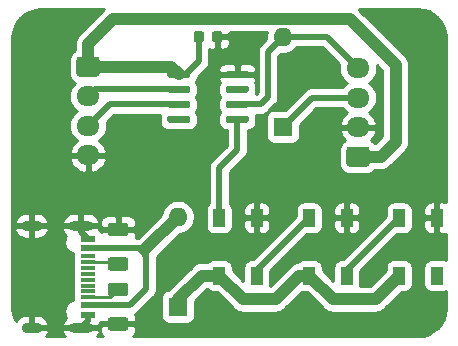
<source format=gbr>
%TF.GenerationSoftware,KiCad,Pcbnew,(5.1.10)-1*%
%TF.CreationDate,2025-08-18T11:18:52+09:00*%
%TF.ProjectId,TA_01,54415f30-312e-46b6-9963-61645f706362,rev?*%
%TF.SameCoordinates,Original*%
%TF.FileFunction,Copper,L1,Top*%
%TF.FilePolarity,Positive*%
%FSLAX46Y46*%
G04 Gerber Fmt 4.6, Leading zero omitted, Abs format (unit mm)*
G04 Created by KiCad (PCBNEW (5.1.10)-1) date 2025-08-18 11:18:52*
%MOMM*%
%LPD*%
G01*
G04 APERTURE LIST*
%TA.AperFunction,SMDPad,CuDef*%
%ADD10R,1.160000X0.600000*%
%TD*%
%TA.AperFunction,SMDPad,CuDef*%
%ADD11R,1.160000X0.300000*%
%TD*%
%TA.AperFunction,ComponentPad*%
%ADD12O,1.700000X0.900000*%
%TD*%
%TA.AperFunction,ComponentPad*%
%ADD13O,2.000000X0.900000*%
%TD*%
%TA.AperFunction,ComponentPad*%
%ADD14O,1.950000X1.700000*%
%TD*%
%TA.AperFunction,SMDPad,CuDef*%
%ADD15R,1.000000X1.500000*%
%TD*%
%TA.AperFunction,ComponentPad*%
%ADD16O,1.600000X1.600000*%
%TD*%
%TA.AperFunction,ComponentPad*%
%ADD17R,1.600000X1.600000*%
%TD*%
%TA.AperFunction,Conductor*%
%ADD18C,0.500000*%
%TD*%
%TA.AperFunction,Conductor*%
%ADD19C,1.000000*%
%TD*%
%TA.AperFunction,Conductor*%
%ADD20C,0.250000*%
%TD*%
%TA.AperFunction,Conductor*%
%ADD21C,0.254000*%
%TD*%
%TA.AperFunction,Conductor*%
%ADD22C,0.100000*%
%TD*%
G04 APERTURE END LIST*
%TO.P,U1,8*%
%TO.N,GND*%
%TA.AperFunction,SMDPad,CuDef*%
G36*
G01*
X110720000Y-97305000D02*
X110720000Y-97005000D01*
G75*
G02*
X110870000Y-96855000I150000J0D01*
G01*
X112520000Y-96855000D01*
G75*
G02*
X112670000Y-97005000I0J-150000D01*
G01*
X112670000Y-97305000D01*
G75*
G02*
X112520000Y-97455000I-150000J0D01*
G01*
X110870000Y-97455000D01*
G75*
G02*
X110720000Y-97305000I0J150000D01*
G01*
G37*
%TD.AperFunction*%
%TO.P,U1,7*%
%TO.N,Net-(U1-Pad7)*%
%TA.AperFunction,SMDPad,CuDef*%
G36*
G01*
X110720000Y-98575000D02*
X110720000Y-98275000D01*
G75*
G02*
X110870000Y-98125000I150000J0D01*
G01*
X112520000Y-98125000D01*
G75*
G02*
X112670000Y-98275000I0J-150000D01*
G01*
X112670000Y-98575000D01*
G75*
G02*
X112520000Y-98725000I-150000J0D01*
G01*
X110870000Y-98725000D01*
G75*
G02*
X110720000Y-98575000I0J150000D01*
G01*
G37*
%TD.AperFunction*%
%TO.P,U1,6*%
%TO.N,/Rx*%
%TA.AperFunction,SMDPad,CuDef*%
G36*
G01*
X110720000Y-99845000D02*
X110720000Y-99545000D01*
G75*
G02*
X110870000Y-99395000I150000J0D01*
G01*
X112520000Y-99395000D01*
G75*
G02*
X112670000Y-99545000I0J-150000D01*
G01*
X112670000Y-99845000D01*
G75*
G02*
X112520000Y-99995000I-150000J0D01*
G01*
X110870000Y-99995000D01*
G75*
G02*
X110720000Y-99845000I0J150000D01*
G01*
G37*
%TD.AperFunction*%
%TO.P,U1,5*%
%TO.N,/NeoPixel*%
%TA.AperFunction,SMDPad,CuDef*%
G36*
G01*
X110720000Y-101115000D02*
X110720000Y-100815000D01*
G75*
G02*
X110870000Y-100665000I150000J0D01*
G01*
X112520000Y-100665000D01*
G75*
G02*
X112670000Y-100815000I0J-150000D01*
G01*
X112670000Y-101115000D01*
G75*
G02*
X112520000Y-101265000I-150000J0D01*
G01*
X110870000Y-101265000D01*
G75*
G02*
X110720000Y-101115000I0J150000D01*
G01*
G37*
%TD.AperFunction*%
%TO.P,U1,4*%
%TO.N,Net-(U1-Pad4)*%
%TA.AperFunction,SMDPad,CuDef*%
G36*
G01*
X105770000Y-101115000D02*
X105770000Y-100815000D01*
G75*
G02*
X105920000Y-100665000I150000J0D01*
G01*
X107570000Y-100665000D01*
G75*
G02*
X107720000Y-100815000I0J-150000D01*
G01*
X107720000Y-101115000D01*
G75*
G02*
X107570000Y-101265000I-150000J0D01*
G01*
X105920000Y-101265000D01*
G75*
G02*
X105770000Y-101115000I0J150000D01*
G01*
G37*
%TD.AperFunction*%
%TO.P,U1,3*%
%TO.N,/RxD*%
%TA.AperFunction,SMDPad,CuDef*%
G36*
G01*
X105770000Y-99845000D02*
X105770000Y-99545000D01*
G75*
G02*
X105920000Y-99395000I150000J0D01*
G01*
X107570000Y-99395000D01*
G75*
G02*
X107720000Y-99545000I0J-150000D01*
G01*
X107720000Y-99845000D01*
G75*
G02*
X107570000Y-99995000I-150000J0D01*
G01*
X105920000Y-99995000D01*
G75*
G02*
X105770000Y-99845000I0J150000D01*
G01*
G37*
%TD.AperFunction*%
%TO.P,U1,2*%
%TO.N,/TxD*%
%TA.AperFunction,SMDPad,CuDef*%
G36*
G01*
X105770000Y-98575000D02*
X105770000Y-98275000D01*
G75*
G02*
X105920000Y-98125000I150000J0D01*
G01*
X107570000Y-98125000D01*
G75*
G02*
X107720000Y-98275000I0J-150000D01*
G01*
X107720000Y-98575000D01*
G75*
G02*
X107570000Y-98725000I-150000J0D01*
G01*
X105920000Y-98725000D01*
G75*
G02*
X105770000Y-98575000I0J150000D01*
G01*
G37*
%TD.AperFunction*%
%TO.P,U1,1*%
%TO.N,+5V*%
%TA.AperFunction,SMDPad,CuDef*%
G36*
G01*
X105770000Y-97305000D02*
X105770000Y-97005000D01*
G75*
G02*
X105920000Y-96855000I150000J0D01*
G01*
X107570000Y-96855000D01*
G75*
G02*
X107720000Y-97005000I0J-150000D01*
G01*
X107720000Y-97305000D01*
G75*
G02*
X107570000Y-97455000I-150000J0D01*
G01*
X105920000Y-97455000D01*
G75*
G02*
X105770000Y-97305000I0J150000D01*
G01*
G37*
%TD.AperFunction*%
%TD*%
%TO.P,R2,2*%
%TO.N,GND*%
%TA.AperFunction,SMDPad,CuDef*%
G36*
G01*
X102225001Y-110860000D02*
X100974999Y-110860000D01*
G75*
G02*
X100725000Y-110610001I0J249999D01*
G01*
X100725000Y-109984999D01*
G75*
G02*
X100974999Y-109735000I249999J0D01*
G01*
X102225001Y-109735000D01*
G75*
G02*
X102475000Y-109984999I0J-249999D01*
G01*
X102475000Y-110610001D01*
G75*
G02*
X102225001Y-110860000I-249999J0D01*
G01*
G37*
%TD.AperFunction*%
%TO.P,R2,1*%
%TO.N,Net-(J3-PadA5)*%
%TA.AperFunction,SMDPad,CuDef*%
G36*
G01*
X102225001Y-113785000D02*
X100974999Y-113785000D01*
G75*
G02*
X100725000Y-113535001I0J249999D01*
G01*
X100725000Y-112909999D01*
G75*
G02*
X100974999Y-112660000I249999J0D01*
G01*
X102225001Y-112660000D01*
G75*
G02*
X102475000Y-112909999I0J-249999D01*
G01*
X102475000Y-113535001D01*
G75*
G02*
X102225001Y-113785000I-249999J0D01*
G01*
G37*
%TD.AperFunction*%
%TD*%
%TO.P,R1,2*%
%TO.N,GND*%
%TA.AperFunction,SMDPad,CuDef*%
G36*
G01*
X100974999Y-117740000D02*
X102225001Y-117740000D01*
G75*
G02*
X102475000Y-117989999I0J-249999D01*
G01*
X102475000Y-118615001D01*
G75*
G02*
X102225001Y-118865000I-249999J0D01*
G01*
X100974999Y-118865000D01*
G75*
G02*
X100725000Y-118615001I0J249999D01*
G01*
X100725000Y-117989999D01*
G75*
G02*
X100974999Y-117740000I249999J0D01*
G01*
G37*
%TD.AperFunction*%
%TO.P,R1,1*%
%TO.N,Net-(J3-PadB5)*%
%TA.AperFunction,SMDPad,CuDef*%
G36*
G01*
X100974999Y-114815000D02*
X102225001Y-114815000D01*
G75*
G02*
X102475000Y-115064999I0J-249999D01*
G01*
X102475000Y-115690001D01*
G75*
G02*
X102225001Y-115940000I-249999J0D01*
G01*
X100974999Y-115940000D01*
G75*
G02*
X100725000Y-115690001I0J249999D01*
G01*
X100725000Y-115064999D01*
G75*
G02*
X100974999Y-114815000I249999J0D01*
G01*
G37*
%TD.AperFunction*%
%TD*%
D10*
%TO.P,J3,A12*%
%TO.N,GND*%
X99030000Y-117500000D03*
%TO.P,J3,A9*%
%TO.N,Net-(D3-Pad2)*%
X99030000Y-116700000D03*
%TO.P,J3,B1*%
%TO.N,GND*%
X99030000Y-117500000D03*
%TO.P,J3,B4*%
%TO.N,Net-(D3-Pad2)*%
X99030000Y-116700000D03*
%TO.P,J3,B12*%
%TO.N,GND*%
X99030000Y-111100000D03*
%TO.P,J3,A1*%
X99030000Y-111100000D03*
%TO.P,J3,B9*%
%TO.N,Net-(D3-Pad2)*%
X99030000Y-111900000D03*
%TO.P,J3,A4*%
X99030000Y-111900000D03*
D11*
%TO.P,J3,B5*%
%TO.N,Net-(J3-PadB5)*%
X99030000Y-116050000D03*
%TO.P,J3,B6*%
%TO.N,Net-(J3-PadB6)*%
X99030000Y-115050000D03*
%TO.P,J3,A8*%
%TO.N,Net-(J3-PadA8)*%
X99030000Y-115550000D03*
%TO.P,J3,A5*%
%TO.N,Net-(J3-PadA5)*%
X99030000Y-113050000D03*
%TO.P,J3,B8*%
%TO.N,Net-(J3-PadB8)*%
X99030000Y-112550000D03*
%TO.P,J3,A7*%
%TO.N,Net-(J3-PadA7)*%
X99030000Y-114550000D03*
%TO.P,J3,A6*%
%TO.N,Net-(J3-PadA6)*%
X99030000Y-114050000D03*
%TO.P,J3,B7*%
%TO.N,Net-(J3-PadB7)*%
X99030000Y-113550000D03*
D12*
%TO.P,J3,S1*%
%TO.N,GND*%
X94280000Y-118620000D03*
X94280000Y-109980000D03*
D13*
X98450000Y-118620000D03*
X98450000Y-109980000D03*
%TD*%
D14*
%TO.P,J2,4*%
%TO.N,/Rx*%
X121920000Y-96640000D03*
%TO.P,J2,3*%
%TO.N,/Tx*%
X121920000Y-99140000D03*
%TO.P,J2,2*%
%TO.N,GND*%
X121920000Y-101640000D03*
%TO.P,J2,1*%
%TO.N,+5V*%
%TA.AperFunction,ComponentPad*%
G36*
G01*
X122645000Y-104990000D02*
X121195000Y-104990000D01*
G75*
G02*
X120945000Y-104740000I0J250000D01*
G01*
X120945000Y-103540000D01*
G75*
G02*
X121195000Y-103290000I250000J0D01*
G01*
X122645000Y-103290000D01*
G75*
G02*
X122895000Y-103540000I0J-250000D01*
G01*
X122895000Y-104740000D01*
G75*
G02*
X122645000Y-104990000I-250000J0D01*
G01*
G37*
%TD.AperFunction*%
%TD*%
%TO.P,J1,4*%
%TO.N,GND*%
X99060000Y-104020000D03*
%TO.P,J1,3*%
%TO.N,/RxD*%
X99060000Y-101520000D03*
%TO.P,J1,2*%
%TO.N,/TxD*%
X99060000Y-99020000D03*
%TO.P,J1,1*%
%TO.N,+5V*%
%TA.AperFunction,ComponentPad*%
G36*
G01*
X98335000Y-95670000D02*
X99785000Y-95670000D01*
G75*
G02*
X100035000Y-95920000I0J-250000D01*
G01*
X100035000Y-97120000D01*
G75*
G02*
X99785000Y-97370000I-250000J0D01*
G01*
X98335000Y-97370000D01*
G75*
G02*
X98085000Y-97120000I0J250000D01*
G01*
X98085000Y-95920000D01*
G75*
G02*
X98335000Y-95670000I250000J0D01*
G01*
G37*
%TD.AperFunction*%
%TD*%
D15*
%TO.P,D5,1*%
%TO.N,+5VA*%
X125400000Y-114210000D03*
%TO.P,D5,2*%
%TO.N,Net-(D5-Pad2)*%
X128600000Y-114210000D03*
%TO.P,D5,4*%
%TO.N,Net-(D4-Pad2)*%
X125400000Y-109310000D03*
%TO.P,D5,3*%
%TO.N,GND*%
X128600000Y-109310000D03*
%TD*%
%TO.P,D4,1*%
%TO.N,+5VA*%
X117780000Y-114210000D03*
%TO.P,D4,2*%
%TO.N,Net-(D4-Pad2)*%
X120980000Y-114210000D03*
%TO.P,D4,4*%
%TO.N,Net-(D2-Pad2)*%
X117780000Y-109310000D03*
%TO.P,D4,3*%
%TO.N,GND*%
X120980000Y-109310000D03*
%TD*%
D16*
%TO.P,D3,2*%
%TO.N,Net-(D3-Pad2)*%
X106680000Y-109220000D03*
D17*
%TO.P,D3,1*%
%TO.N,+5VA*%
X106680000Y-116840000D03*
%TD*%
D15*
%TO.P,D2,1*%
%TO.N,+5VA*%
X110160000Y-114210000D03*
%TO.P,D2,2*%
%TO.N,Net-(D2-Pad2)*%
X113360000Y-114210000D03*
%TO.P,D2,4*%
%TO.N,/NeoPixel*%
X110160000Y-109310000D03*
%TO.P,D2,3*%
%TO.N,GND*%
X113360000Y-109310000D03*
%TD*%
D16*
%TO.P,D1,2*%
%TO.N,/Rx*%
X115570000Y-93980000D03*
D17*
%TO.P,D1,1*%
%TO.N,/Tx*%
X115570000Y-101600000D03*
%TD*%
%TO.P,C1,2*%
%TO.N,GND*%
%TA.AperFunction,SMDPad,CuDef*%
G36*
G01*
X109545000Y-94230000D02*
X109545000Y-93730000D01*
G75*
G02*
X109770000Y-93505000I225000J0D01*
G01*
X110220000Y-93505000D01*
G75*
G02*
X110445000Y-93730000I0J-225000D01*
G01*
X110445000Y-94230000D01*
G75*
G02*
X110220000Y-94455000I-225000J0D01*
G01*
X109770000Y-94455000D01*
G75*
G02*
X109545000Y-94230000I0J225000D01*
G01*
G37*
%TD.AperFunction*%
%TO.P,C1,1*%
%TO.N,+5V*%
%TA.AperFunction,SMDPad,CuDef*%
G36*
G01*
X107995000Y-94230000D02*
X107995000Y-93730000D01*
G75*
G02*
X108220000Y-93505000I225000J0D01*
G01*
X108670000Y-93505000D01*
G75*
G02*
X108895000Y-93730000I0J-225000D01*
G01*
X108895000Y-94230000D01*
G75*
G02*
X108670000Y-94455000I-225000J0D01*
G01*
X108220000Y-94455000D01*
G75*
G02*
X107995000Y-94230000I0J225000D01*
G01*
G37*
%TD.AperFunction*%
%TD*%
D18*
%TO.N,GND*%
X98450000Y-110520000D02*
X99030000Y-111100000D01*
X98450000Y-109980000D02*
X98450000Y-110520000D01*
X99030000Y-118040000D02*
X98450000Y-118620000D01*
X99030000Y-117500000D02*
X99030000Y-118040000D01*
%TO.N,+5V*%
X108445000Y-96025000D02*
X108445000Y-93980000D01*
X107315000Y-97155000D02*
X108445000Y-96025000D01*
X106745000Y-97155000D02*
X107315000Y-97155000D01*
D19*
X106110000Y-96520000D02*
X106745000Y-97155000D01*
X99060000Y-96520000D02*
X106110000Y-96520000D01*
X99060000Y-94615000D02*
X99060000Y-96520000D01*
X121201021Y-92479999D02*
X101195001Y-92479999D01*
X125095000Y-96373978D02*
X121201021Y-92479999D01*
X123825000Y-104140000D02*
X125095000Y-102870000D01*
X101195001Y-92479999D02*
X99060000Y-94615000D01*
X125095000Y-102870000D02*
X125095000Y-96373978D01*
X121920000Y-104140000D02*
X123825000Y-104140000D01*
D18*
%TO.N,/Rx*%
X119260000Y-93980000D02*
X121920000Y-96640000D01*
X115570000Y-93980000D02*
X119260000Y-93980000D01*
X114300000Y-95250000D02*
X115570000Y-93980000D01*
X114300000Y-99060000D02*
X114300000Y-95250000D01*
X113665000Y-99695000D02*
X114300000Y-99060000D01*
X111695000Y-99695000D02*
X113665000Y-99695000D01*
%TO.N,/Tx*%
X118030000Y-99140000D02*
X121920000Y-99140000D01*
X115570000Y-101600000D02*
X118030000Y-99140000D01*
D19*
%TO.N,+5VA*%
X123405000Y-116205000D02*
X125400000Y-114210000D01*
X119775000Y-116205000D02*
X123405000Y-116205000D01*
X117780000Y-114210000D02*
X119775000Y-116205000D01*
X108675000Y-114210000D02*
X110160000Y-114210000D01*
X106680000Y-116205000D02*
X108675000Y-114210000D01*
X106680000Y-116840000D02*
X106680000Y-116205000D01*
X116930000Y-114210000D02*
X117780000Y-114210000D01*
X112155000Y-116205000D02*
X114935000Y-116205000D01*
X114935000Y-116205000D02*
X116930000Y-114210000D01*
X110160000Y-114210000D02*
X112155000Y-116205000D01*
D18*
%TO.N,Net-(D2-Pad2)*%
X113360000Y-113730000D02*
X117780000Y-109310000D01*
X113360000Y-114210000D02*
X113360000Y-113730000D01*
%TO.N,/NeoPixel*%
X110160000Y-105105000D02*
X110160000Y-109310000D01*
X111695000Y-103570000D02*
X110160000Y-105105000D01*
X111695000Y-100965000D02*
X111695000Y-103570000D01*
%TO.N,Net-(D3-Pad2)*%
X104000000Y-112535000D02*
X104000000Y-111900000D01*
X103365000Y-111900000D02*
X104000000Y-112535000D01*
X104000000Y-111900000D02*
X103365000Y-111900000D01*
X104000000Y-115350000D02*
X104000000Y-112535000D01*
X102650000Y-116700000D02*
X104000000Y-115350000D01*
X99030000Y-116700000D02*
X102650000Y-116700000D01*
X102095000Y-111900000D02*
X99030000Y-111900000D01*
X103365000Y-111900000D02*
X102095000Y-111900000D01*
D19*
X106680000Y-109220000D02*
X104000000Y-111900000D01*
D18*
%TO.N,Net-(D4-Pad2)*%
X120980000Y-114210000D02*
X120980000Y-113970000D01*
X120980000Y-113730000D02*
X125400000Y-109310000D01*
X120980000Y-114210000D02*
X120980000Y-113730000D01*
%TO.N,/RxD*%
X100885000Y-99695000D02*
X99060000Y-101520000D01*
X106745000Y-99695000D02*
X100885000Y-99695000D01*
%TO.N,/TxD*%
X99655000Y-98425000D02*
X106745000Y-98425000D01*
X99060000Y-99020000D02*
X99655000Y-98425000D01*
D20*
%TO.N,Net-(J3-PadB5)*%
X100927500Y-116050000D02*
X99030000Y-116050000D01*
X101600000Y-115377500D02*
X100927500Y-116050000D01*
%TO.N,Net-(J3-PadA5)*%
X101427500Y-113050000D02*
X99030000Y-113050000D01*
X101600000Y-113222500D02*
X101427500Y-113050000D01*
%TD*%
D21*
%TO.N,GND*%
X100388552Y-91673550D02*
X100353010Y-91716858D01*
X98296865Y-93773004D01*
X98253551Y-93808551D01*
X98111716Y-93981377D01*
X98019721Y-94153490D01*
X98006324Y-94178554D01*
X97941423Y-94392502D01*
X97919509Y-94615000D01*
X97925000Y-94670752D01*
X97925000Y-95137024D01*
X97841614Y-95181595D01*
X97707038Y-95292038D01*
X97596595Y-95426614D01*
X97514528Y-95580150D01*
X97463992Y-95746746D01*
X97446928Y-95920000D01*
X97446928Y-97120000D01*
X97463992Y-97293254D01*
X97514528Y-97459850D01*
X97596595Y-97613386D01*
X97707038Y-97747962D01*
X97841614Y-97858405D01*
X97943337Y-97912777D01*
X97879866Y-97964866D01*
X97694294Y-98190986D01*
X97556401Y-98448966D01*
X97471487Y-98728889D01*
X97442815Y-99020000D01*
X97471487Y-99311111D01*
X97556401Y-99591034D01*
X97694294Y-99849014D01*
X97879866Y-100075134D01*
X98105986Y-100260706D01*
X98123374Y-100270000D01*
X98105986Y-100279294D01*
X97879866Y-100464866D01*
X97694294Y-100690986D01*
X97556401Y-100948966D01*
X97471487Y-101228889D01*
X97442815Y-101520000D01*
X97471487Y-101811111D01*
X97556401Y-102091034D01*
X97694294Y-102349014D01*
X97879866Y-102575134D01*
X98105986Y-102760706D01*
X98131722Y-102774462D01*
X97925571Y-102930951D01*
X97732504Y-103148807D01*
X97585648Y-103400142D01*
X97493524Y-103663110D01*
X97614845Y-103893000D01*
X98933000Y-103893000D01*
X98933000Y-103873000D01*
X99187000Y-103873000D01*
X99187000Y-103893000D01*
X100505155Y-103893000D01*
X100626476Y-103663110D01*
X100534352Y-103400142D01*
X100387496Y-103148807D01*
X100194429Y-102930951D01*
X99988278Y-102774462D01*
X100014014Y-102760706D01*
X100240134Y-102575134D01*
X100425706Y-102349014D01*
X100563599Y-102091034D01*
X100648513Y-101811111D01*
X100677185Y-101520000D01*
X100648513Y-101228889D01*
X100637848Y-101193731D01*
X101251579Y-100580000D01*
X105171719Y-100580000D01*
X105147071Y-100661255D01*
X105131928Y-100815000D01*
X105131928Y-101115000D01*
X105147071Y-101268745D01*
X105191916Y-101416582D01*
X105264742Y-101552829D01*
X105362749Y-101672251D01*
X105482171Y-101770258D01*
X105618418Y-101843084D01*
X105766255Y-101887929D01*
X105920000Y-101903072D01*
X107570000Y-101903072D01*
X107723745Y-101887929D01*
X107871582Y-101843084D01*
X108007829Y-101770258D01*
X108127251Y-101672251D01*
X108225258Y-101552829D01*
X108298084Y-101416582D01*
X108342929Y-101268745D01*
X108358072Y-101115000D01*
X108358072Y-100815000D01*
X108342929Y-100661255D01*
X108298084Y-100513418D01*
X108225258Y-100377171D01*
X108186546Y-100330000D01*
X108225258Y-100282829D01*
X108298084Y-100146582D01*
X108342929Y-99998745D01*
X108358072Y-99845000D01*
X108358072Y-99545000D01*
X108342929Y-99391255D01*
X108298084Y-99243418D01*
X108225258Y-99107171D01*
X108186546Y-99060000D01*
X108225258Y-99012829D01*
X108298084Y-98876582D01*
X108342929Y-98728745D01*
X108358072Y-98575000D01*
X108358072Y-98275000D01*
X108342929Y-98121255D01*
X108298084Y-97973418D01*
X108225258Y-97837171D01*
X108186546Y-97790000D01*
X108225258Y-97742829D01*
X108298084Y-97606582D01*
X108342929Y-97458745D01*
X108351680Y-97369899D01*
X108866579Y-96855000D01*
X110081928Y-96855000D01*
X110085000Y-96869250D01*
X110243750Y-97028000D01*
X111568000Y-97028000D01*
X111568000Y-96378750D01*
X111822000Y-96378750D01*
X111822000Y-97028000D01*
X113146250Y-97028000D01*
X113305000Y-96869250D01*
X113308072Y-96855000D01*
X113295812Y-96730518D01*
X113259502Y-96610820D01*
X113200537Y-96500506D01*
X113121185Y-96403815D01*
X113024494Y-96324463D01*
X112914180Y-96265498D01*
X112794482Y-96229188D01*
X112670000Y-96216928D01*
X111980750Y-96220000D01*
X111822000Y-96378750D01*
X111568000Y-96378750D01*
X111409250Y-96220000D01*
X110720000Y-96216928D01*
X110595518Y-96229188D01*
X110475820Y-96265498D01*
X110365506Y-96324463D01*
X110268815Y-96403815D01*
X110189463Y-96500506D01*
X110130498Y-96610820D01*
X110094188Y-96730518D01*
X110081928Y-96855000D01*
X108866579Y-96855000D01*
X109040050Y-96681529D01*
X109073817Y-96653817D01*
X109184411Y-96519059D01*
X109266589Y-96365313D01*
X109317195Y-96198490D01*
X109330000Y-96068477D01*
X109330000Y-96068467D01*
X109334281Y-96025001D01*
X109330000Y-95981535D01*
X109330000Y-95053354D01*
X109420518Y-95080812D01*
X109545000Y-95093072D01*
X109709250Y-95090000D01*
X109868000Y-94931250D01*
X109868000Y-94107000D01*
X110122000Y-94107000D01*
X110122000Y-94931250D01*
X110280750Y-95090000D01*
X110445000Y-95093072D01*
X110569482Y-95080812D01*
X110689180Y-95044502D01*
X110799494Y-94985537D01*
X110896185Y-94906185D01*
X110975537Y-94809494D01*
X111034502Y-94699180D01*
X111070812Y-94579482D01*
X111083072Y-94455000D01*
X111080000Y-94265750D01*
X110921250Y-94107000D01*
X110122000Y-94107000D01*
X109868000Y-94107000D01*
X109848000Y-94107000D01*
X109848000Y-93853000D01*
X109868000Y-93853000D01*
X109868000Y-93833000D01*
X110122000Y-93833000D01*
X110122000Y-93853000D01*
X110921250Y-93853000D01*
X111080000Y-93694250D01*
X111081286Y-93614999D01*
X114179491Y-93614999D01*
X114135000Y-93838665D01*
X114135000Y-94121335D01*
X114141983Y-94156439D01*
X113704951Y-94593471D01*
X113671184Y-94621183D01*
X113643471Y-94654951D01*
X113643468Y-94654954D01*
X113560590Y-94755941D01*
X113478412Y-94909687D01*
X113427805Y-95076510D01*
X113410719Y-95250000D01*
X113415001Y-95293479D01*
X113415000Y-98693421D01*
X113298422Y-98810000D01*
X113268281Y-98810000D01*
X113292929Y-98728745D01*
X113308072Y-98575000D01*
X113308072Y-98275000D01*
X113292929Y-98121255D01*
X113248084Y-97973418D01*
X113176270Y-97839064D01*
X113200537Y-97809494D01*
X113259502Y-97699180D01*
X113295812Y-97579482D01*
X113308072Y-97455000D01*
X113305000Y-97440750D01*
X113146250Y-97282000D01*
X111822000Y-97282000D01*
X111822000Y-97302000D01*
X111568000Y-97302000D01*
X111568000Y-97282000D01*
X110243750Y-97282000D01*
X110085000Y-97440750D01*
X110081928Y-97455000D01*
X110094188Y-97579482D01*
X110130498Y-97699180D01*
X110189463Y-97809494D01*
X110213730Y-97839064D01*
X110141916Y-97973418D01*
X110097071Y-98121255D01*
X110081928Y-98275000D01*
X110081928Y-98575000D01*
X110097071Y-98728745D01*
X110141916Y-98876582D01*
X110214742Y-99012829D01*
X110253454Y-99060000D01*
X110214742Y-99107171D01*
X110141916Y-99243418D01*
X110097071Y-99391255D01*
X110081928Y-99545000D01*
X110081928Y-99845000D01*
X110097071Y-99998745D01*
X110141916Y-100146582D01*
X110214742Y-100282829D01*
X110253454Y-100330000D01*
X110214742Y-100377171D01*
X110141916Y-100513418D01*
X110097071Y-100661255D01*
X110081928Y-100815000D01*
X110081928Y-101115000D01*
X110097071Y-101268745D01*
X110141916Y-101416582D01*
X110214742Y-101552829D01*
X110312749Y-101672251D01*
X110432171Y-101770258D01*
X110568418Y-101843084D01*
X110716255Y-101887929D01*
X110810000Y-101897162D01*
X110810001Y-103203420D01*
X109564956Y-104448466D01*
X109531183Y-104476183D01*
X109420589Y-104610942D01*
X109338411Y-104764688D01*
X109335701Y-104773623D01*
X109300036Y-104891193D01*
X109287805Y-104931511D01*
X109275000Y-105061524D01*
X109275000Y-105061531D01*
X109270719Y-105105000D01*
X109275000Y-105148469D01*
X109275001Y-108054498D01*
X109208815Y-108108815D01*
X109129463Y-108205506D01*
X109070498Y-108315820D01*
X109034188Y-108435518D01*
X109021928Y-108560000D01*
X109021928Y-110060000D01*
X109034188Y-110184482D01*
X109070498Y-110304180D01*
X109129463Y-110414494D01*
X109208815Y-110511185D01*
X109305506Y-110590537D01*
X109415820Y-110649502D01*
X109535518Y-110685812D01*
X109660000Y-110698072D01*
X110660000Y-110698072D01*
X110784482Y-110685812D01*
X110904180Y-110649502D01*
X111014494Y-110590537D01*
X111111185Y-110511185D01*
X111190537Y-110414494D01*
X111249502Y-110304180D01*
X111285812Y-110184482D01*
X111298072Y-110060000D01*
X112221928Y-110060000D01*
X112234188Y-110184482D01*
X112270498Y-110304180D01*
X112329463Y-110414494D01*
X112408815Y-110511185D01*
X112505506Y-110590537D01*
X112615820Y-110649502D01*
X112735518Y-110685812D01*
X112860000Y-110698072D01*
X113074250Y-110695000D01*
X113233000Y-110536250D01*
X113233000Y-109437000D01*
X113487000Y-109437000D01*
X113487000Y-110536250D01*
X113645750Y-110695000D01*
X113860000Y-110698072D01*
X113984482Y-110685812D01*
X114104180Y-110649502D01*
X114214494Y-110590537D01*
X114311185Y-110511185D01*
X114390537Y-110414494D01*
X114449502Y-110304180D01*
X114485812Y-110184482D01*
X114498072Y-110060000D01*
X114495000Y-109595750D01*
X114336250Y-109437000D01*
X113487000Y-109437000D01*
X113233000Y-109437000D01*
X112383750Y-109437000D01*
X112225000Y-109595750D01*
X112221928Y-110060000D01*
X111298072Y-110060000D01*
X111298072Y-108560000D01*
X112221928Y-108560000D01*
X112225000Y-109024250D01*
X112383750Y-109183000D01*
X113233000Y-109183000D01*
X113233000Y-108083750D01*
X113487000Y-108083750D01*
X113487000Y-109183000D01*
X114336250Y-109183000D01*
X114495000Y-109024250D01*
X114498072Y-108560000D01*
X114485812Y-108435518D01*
X114449502Y-108315820D01*
X114390537Y-108205506D01*
X114311185Y-108108815D01*
X114214494Y-108029463D01*
X114104180Y-107970498D01*
X113984482Y-107934188D01*
X113860000Y-107921928D01*
X113645750Y-107925000D01*
X113487000Y-108083750D01*
X113233000Y-108083750D01*
X113074250Y-107925000D01*
X112860000Y-107921928D01*
X112735518Y-107934188D01*
X112615820Y-107970498D01*
X112505506Y-108029463D01*
X112408815Y-108108815D01*
X112329463Y-108205506D01*
X112270498Y-108315820D01*
X112234188Y-108435518D01*
X112221928Y-108560000D01*
X111298072Y-108560000D01*
X111285812Y-108435518D01*
X111249502Y-108315820D01*
X111190537Y-108205506D01*
X111111185Y-108108815D01*
X111045000Y-108054499D01*
X111045000Y-105471578D01*
X112290049Y-104226530D01*
X112323817Y-104198817D01*
X112366343Y-104147000D01*
X112434411Y-104064059D01*
X112463043Y-104010491D01*
X112516589Y-103910313D01*
X112567195Y-103743490D01*
X112580000Y-103613477D01*
X112580000Y-103613469D01*
X112584281Y-103570000D01*
X112580000Y-103526531D01*
X112580000Y-101897162D01*
X112673745Y-101887929D01*
X112821582Y-101843084D01*
X112957829Y-101770258D01*
X113077251Y-101672251D01*
X113175258Y-101552829D01*
X113248084Y-101416582D01*
X113292929Y-101268745D01*
X113308072Y-101115000D01*
X113308072Y-100815000D01*
X113292929Y-100661255D01*
X113268281Y-100580000D01*
X113621531Y-100580000D01*
X113665000Y-100584281D01*
X113708469Y-100580000D01*
X113708477Y-100580000D01*
X113838490Y-100567195D01*
X114005313Y-100516589D01*
X114159059Y-100434411D01*
X114293817Y-100323817D01*
X114321534Y-100290044D01*
X114895050Y-99716529D01*
X114928817Y-99688817D01*
X114961645Y-99648817D01*
X115039411Y-99554059D01*
X115121589Y-99400314D01*
X115172195Y-99233490D01*
X115175401Y-99200941D01*
X115185000Y-99103477D01*
X115185000Y-99103469D01*
X115189281Y-99060000D01*
X115185000Y-99016531D01*
X115185000Y-95616578D01*
X115393561Y-95408017D01*
X115428665Y-95415000D01*
X115711335Y-95415000D01*
X115988574Y-95359853D01*
X116249727Y-95251680D01*
X116484759Y-95094637D01*
X116684637Y-94894759D01*
X116704521Y-94865000D01*
X118893422Y-94865000D01*
X120342152Y-96313731D01*
X120331487Y-96348889D01*
X120302815Y-96640000D01*
X120331487Y-96931111D01*
X120416401Y-97211034D01*
X120554294Y-97469014D01*
X120739866Y-97695134D01*
X120965986Y-97880706D01*
X120983374Y-97890000D01*
X120965986Y-97899294D01*
X120739866Y-98084866D01*
X120600241Y-98255000D01*
X118073465Y-98255000D01*
X118029999Y-98250719D01*
X117986533Y-98255000D01*
X117986523Y-98255000D01*
X117856510Y-98267805D01*
X117689687Y-98318411D01*
X117535941Y-98400589D01*
X117535939Y-98400590D01*
X117535940Y-98400590D01*
X117434953Y-98483468D01*
X117434951Y-98483470D01*
X117401183Y-98511183D01*
X117373470Y-98544951D01*
X115756494Y-100161928D01*
X114770000Y-100161928D01*
X114645518Y-100174188D01*
X114525820Y-100210498D01*
X114415506Y-100269463D01*
X114318815Y-100348815D01*
X114239463Y-100445506D01*
X114180498Y-100555820D01*
X114144188Y-100675518D01*
X114131928Y-100800000D01*
X114131928Y-102400000D01*
X114144188Y-102524482D01*
X114180498Y-102644180D01*
X114239463Y-102754494D01*
X114318815Y-102851185D01*
X114415506Y-102930537D01*
X114525820Y-102989502D01*
X114645518Y-103025812D01*
X114770000Y-103038072D01*
X116370000Y-103038072D01*
X116494482Y-103025812D01*
X116614180Y-102989502D01*
X116724494Y-102930537D01*
X116821185Y-102851185D01*
X116900537Y-102754494D01*
X116959502Y-102644180D01*
X116995812Y-102524482D01*
X117008072Y-102400000D01*
X117008072Y-101413506D01*
X118396579Y-100025000D01*
X120600241Y-100025000D01*
X120739866Y-100195134D01*
X120965986Y-100380706D01*
X120991722Y-100394462D01*
X120785571Y-100550951D01*
X120592504Y-100768807D01*
X120445648Y-101020142D01*
X120353524Y-101283110D01*
X120474845Y-101513000D01*
X121793000Y-101513000D01*
X121793000Y-101493000D01*
X122047000Y-101493000D01*
X122047000Y-101513000D01*
X123365155Y-101513000D01*
X123486476Y-101283110D01*
X123394352Y-101020142D01*
X123247496Y-100768807D01*
X123054429Y-100550951D01*
X122848278Y-100394462D01*
X122874014Y-100380706D01*
X123100134Y-100195134D01*
X123285706Y-99969014D01*
X123423599Y-99711034D01*
X123508513Y-99431111D01*
X123537185Y-99140000D01*
X123508513Y-98848889D01*
X123423599Y-98568966D01*
X123285706Y-98310986D01*
X123100134Y-98084866D01*
X122874014Y-97899294D01*
X122856626Y-97890000D01*
X122874014Y-97880706D01*
X123100134Y-97695134D01*
X123285706Y-97469014D01*
X123423599Y-97211034D01*
X123508513Y-96931111D01*
X123537185Y-96640000D01*
X123513291Y-96397401D01*
X123960001Y-96844111D01*
X123960000Y-102399868D01*
X123354869Y-103005000D01*
X123349253Y-103005000D01*
X123272962Y-102912038D01*
X123138386Y-102801595D01*
X123033039Y-102745286D01*
X123054429Y-102729049D01*
X123247496Y-102511193D01*
X123394352Y-102259858D01*
X123486476Y-101996890D01*
X123365155Y-101767000D01*
X122047000Y-101767000D01*
X122047000Y-101787000D01*
X121793000Y-101787000D01*
X121793000Y-101767000D01*
X120474845Y-101767000D01*
X120353524Y-101996890D01*
X120445648Y-102259858D01*
X120592504Y-102511193D01*
X120785571Y-102729049D01*
X120806961Y-102745286D01*
X120701614Y-102801595D01*
X120567038Y-102912038D01*
X120456595Y-103046614D01*
X120374528Y-103200150D01*
X120323992Y-103366746D01*
X120306928Y-103540000D01*
X120306928Y-104740000D01*
X120323992Y-104913254D01*
X120374528Y-105079850D01*
X120456595Y-105233386D01*
X120567038Y-105367962D01*
X120701614Y-105478405D01*
X120855150Y-105560472D01*
X121021746Y-105611008D01*
X121195000Y-105628072D01*
X122645000Y-105628072D01*
X122818254Y-105611008D01*
X122984850Y-105560472D01*
X123138386Y-105478405D01*
X123272962Y-105367962D01*
X123349253Y-105275000D01*
X123769249Y-105275000D01*
X123825000Y-105280491D01*
X123880751Y-105275000D01*
X123880752Y-105275000D01*
X124047499Y-105258577D01*
X124261447Y-105193676D01*
X124458623Y-105088284D01*
X124631449Y-104946449D01*
X124666996Y-104903135D01*
X125858140Y-103711992D01*
X125901449Y-103676449D01*
X126043284Y-103503623D01*
X126148676Y-103306447D01*
X126198471Y-103142295D01*
X126213577Y-103092500D01*
X126218096Y-103046614D01*
X126230000Y-102925752D01*
X126230000Y-102925745D01*
X126235490Y-102870001D01*
X126230000Y-102814257D01*
X126230000Y-96429729D01*
X126235491Y-96373978D01*
X126213577Y-96151479D01*
X126148676Y-95937531D01*
X126043284Y-95740355D01*
X125901449Y-95567529D01*
X125858141Y-95531987D01*
X122043017Y-91716864D01*
X122007470Y-91673550D01*
X121990959Y-91660000D01*
X126967721Y-91660000D01*
X127453893Y-91707670D01*
X127890498Y-91839489D01*
X128293185Y-92053600D01*
X128646612Y-92341848D01*
X128937327Y-92693261D01*
X129154242Y-93094439D01*
X129289106Y-93530113D01*
X129340001Y-94014353D01*
X129340000Y-107969230D01*
X129224482Y-107934188D01*
X129100000Y-107921928D01*
X128885750Y-107925000D01*
X128727000Y-108083750D01*
X128727000Y-109183000D01*
X128747000Y-109183000D01*
X128747000Y-109437000D01*
X128727000Y-109437000D01*
X128727000Y-110536250D01*
X128885750Y-110695000D01*
X129100000Y-110698072D01*
X129224482Y-110685812D01*
X129340000Y-110650770D01*
X129340000Y-112869230D01*
X129224482Y-112834188D01*
X129100000Y-112821928D01*
X128100000Y-112821928D01*
X127975518Y-112834188D01*
X127855820Y-112870498D01*
X127745506Y-112929463D01*
X127648815Y-113008815D01*
X127569463Y-113105506D01*
X127510498Y-113215820D01*
X127474188Y-113335518D01*
X127461928Y-113460000D01*
X127461928Y-114960000D01*
X127474188Y-115084482D01*
X127510498Y-115204180D01*
X127569463Y-115314494D01*
X127648815Y-115411185D01*
X127745506Y-115490537D01*
X127855820Y-115549502D01*
X127975518Y-115585812D01*
X128100000Y-115598072D01*
X129100000Y-115598072D01*
X129224482Y-115585812D01*
X129340000Y-115550770D01*
X129340000Y-116967721D01*
X129292330Y-117453894D01*
X129160512Y-117890497D01*
X128946399Y-118293186D01*
X128658150Y-118646613D01*
X128306739Y-118937327D01*
X127905564Y-119154240D01*
X127469886Y-119289106D01*
X126985664Y-119340000D01*
X102897166Y-119340000D01*
X102926185Y-119316185D01*
X103005537Y-119219494D01*
X103064502Y-119109180D01*
X103100812Y-118989482D01*
X103113072Y-118865000D01*
X103110000Y-118588250D01*
X102951250Y-118429500D01*
X101727000Y-118429500D01*
X101727000Y-118449500D01*
X101473000Y-118449500D01*
X101473000Y-118429500D01*
X100248750Y-118429500D01*
X100090000Y-118588250D01*
X100086928Y-118865000D01*
X100099188Y-118989482D01*
X100135498Y-119109180D01*
X100194463Y-119219494D01*
X100273815Y-119316185D01*
X100302834Y-119340000D01*
X99815957Y-119340000D01*
X99857014Y-119297408D01*
X99972702Y-119117197D01*
X100044408Y-118914001D01*
X99917502Y-118747000D01*
X98577000Y-118747000D01*
X98577000Y-118767000D01*
X98323000Y-118767000D01*
X98323000Y-118747000D01*
X96982498Y-118747000D01*
X96855592Y-118914001D01*
X96927298Y-119117197D01*
X97042986Y-119297408D01*
X97084043Y-119340000D01*
X95495957Y-119340000D01*
X95537014Y-119297408D01*
X95652702Y-119117197D01*
X95724408Y-118914001D01*
X95597502Y-118747000D01*
X94407000Y-118747000D01*
X94407000Y-118767000D01*
X94153000Y-118767000D01*
X94153000Y-118747000D01*
X94133000Y-118747000D01*
X94133000Y-118493000D01*
X94153000Y-118493000D01*
X94153000Y-117535000D01*
X94407000Y-117535000D01*
X94407000Y-118493000D01*
X95597502Y-118493000D01*
X95724408Y-118325999D01*
X95652702Y-118122803D01*
X95537014Y-117942592D01*
X95388391Y-117788413D01*
X95212545Y-117666191D01*
X95016233Y-117580624D01*
X94807000Y-117535000D01*
X94407000Y-117535000D01*
X94153000Y-117535000D01*
X93753000Y-117535000D01*
X93543767Y-117580624D01*
X93347455Y-117666191D01*
X93171609Y-117788413D01*
X93022986Y-117942592D01*
X92937653Y-118075518D01*
X92845760Y-117905564D01*
X92710894Y-117469886D01*
X92660000Y-116985664D01*
X92660000Y-110274001D01*
X92835592Y-110274001D01*
X92907298Y-110477197D01*
X93022986Y-110657408D01*
X93171609Y-110811587D01*
X93347455Y-110933809D01*
X93543767Y-111019376D01*
X93753000Y-111065000D01*
X94153000Y-111065000D01*
X94153000Y-110107000D01*
X94407000Y-110107000D01*
X94407000Y-111065000D01*
X94807000Y-111065000D01*
X95016233Y-111019376D01*
X95212545Y-110933809D01*
X95388391Y-110811587D01*
X95537014Y-110657408D01*
X95652702Y-110477197D01*
X95724408Y-110274001D01*
X96855592Y-110274001D01*
X96927298Y-110477197D01*
X97042986Y-110657408D01*
X97191609Y-110811587D01*
X97228294Y-110837085D01*
X97141414Y-110967111D01*
X97070932Y-111137271D01*
X97035000Y-111317911D01*
X97035000Y-111502089D01*
X97070932Y-111682729D01*
X97141414Y-111852889D01*
X97243738Y-112006028D01*
X97373972Y-112136262D01*
X97527111Y-112238586D01*
X97697271Y-112309068D01*
X97818509Y-112333184D01*
X97811928Y-112400000D01*
X97811928Y-112700000D01*
X97821777Y-112800000D01*
X97811928Y-112900000D01*
X97811928Y-113200000D01*
X97821777Y-113300000D01*
X97811928Y-113400000D01*
X97811928Y-113700000D01*
X97821777Y-113800000D01*
X97811928Y-113900000D01*
X97811928Y-114200000D01*
X97821777Y-114300000D01*
X97811928Y-114400000D01*
X97811928Y-114700000D01*
X97821777Y-114800000D01*
X97811928Y-114900000D01*
X97811928Y-115200000D01*
X97821777Y-115300000D01*
X97811928Y-115400000D01*
X97811928Y-115700000D01*
X97821777Y-115800000D01*
X97811928Y-115900000D01*
X97811928Y-116200000D01*
X97818509Y-116266816D01*
X97697271Y-116290932D01*
X97527111Y-116361414D01*
X97373972Y-116463738D01*
X97243738Y-116593972D01*
X97141414Y-116747111D01*
X97070932Y-116917271D01*
X97035000Y-117097911D01*
X97035000Y-117282089D01*
X97070932Y-117462729D01*
X97141414Y-117632889D01*
X97228294Y-117762915D01*
X97191609Y-117788413D01*
X97042986Y-117942592D01*
X96927298Y-118122803D01*
X96855592Y-118325999D01*
X96982498Y-118493000D01*
X98323000Y-118493000D01*
X98323000Y-118473000D01*
X98577000Y-118473000D01*
X98577000Y-118493000D01*
X99917502Y-118493000D01*
X100044408Y-118325999D01*
X100027703Y-118278663D01*
X100061185Y-118251185D01*
X100140537Y-118154494D01*
X100170914Y-118097664D01*
X100248750Y-118175500D01*
X101473000Y-118175500D01*
X101473000Y-118155500D01*
X101727000Y-118155500D01*
X101727000Y-118175500D01*
X102951250Y-118175500D01*
X103110000Y-118016750D01*
X103113072Y-117740000D01*
X103100812Y-117615518D01*
X103064502Y-117495820D01*
X103058729Y-117485020D01*
X103144059Y-117439411D01*
X103278817Y-117328817D01*
X103306534Y-117295044D01*
X104561578Y-116040000D01*
X105241928Y-116040000D01*
X105241928Y-117640000D01*
X105254188Y-117764482D01*
X105290498Y-117884180D01*
X105349463Y-117994494D01*
X105428815Y-118091185D01*
X105525506Y-118170537D01*
X105635820Y-118229502D01*
X105755518Y-118265812D01*
X105880000Y-118278072D01*
X107480000Y-118278072D01*
X107604482Y-118265812D01*
X107724180Y-118229502D01*
X107834494Y-118170537D01*
X107931185Y-118091185D01*
X108010537Y-117994494D01*
X108069502Y-117884180D01*
X108105812Y-117764482D01*
X108118072Y-117640000D01*
X108118072Y-116372059D01*
X109145132Y-115345000D01*
X109154499Y-115345000D01*
X109208815Y-115411185D01*
X109305506Y-115490537D01*
X109415820Y-115549502D01*
X109535518Y-115585812D01*
X109660000Y-115598072D01*
X109942941Y-115598072D01*
X111313009Y-116968141D01*
X111348551Y-117011449D01*
X111521377Y-117153284D01*
X111718553Y-117258676D01*
X111932501Y-117323577D01*
X112154999Y-117345491D01*
X112210751Y-117340000D01*
X114879249Y-117340000D01*
X114935000Y-117345491D01*
X114990751Y-117340000D01*
X114990752Y-117340000D01*
X115157499Y-117323577D01*
X115371447Y-117258676D01*
X115568623Y-117153284D01*
X115741449Y-117011449D01*
X115776996Y-116968135D01*
X117158979Y-115586153D01*
X117280000Y-115598072D01*
X117562941Y-115598072D01*
X118933009Y-116968141D01*
X118968551Y-117011449D01*
X119141377Y-117153284D01*
X119338553Y-117258676D01*
X119552501Y-117323577D01*
X119774999Y-117345491D01*
X119830751Y-117340000D01*
X123349249Y-117340000D01*
X123405000Y-117345491D01*
X123460751Y-117340000D01*
X123460752Y-117340000D01*
X123627499Y-117323577D01*
X123841447Y-117258676D01*
X124038623Y-117153284D01*
X124211449Y-117011449D01*
X124246996Y-116968135D01*
X125617060Y-115598072D01*
X125900000Y-115598072D01*
X126024482Y-115585812D01*
X126144180Y-115549502D01*
X126254494Y-115490537D01*
X126351185Y-115411185D01*
X126430537Y-115314494D01*
X126489502Y-115204180D01*
X126525812Y-115084482D01*
X126538072Y-114960000D01*
X126538072Y-114234562D01*
X126540491Y-114210001D01*
X126538072Y-114185440D01*
X126538072Y-113460000D01*
X126525812Y-113335518D01*
X126489502Y-113215820D01*
X126430537Y-113105506D01*
X126351185Y-113008815D01*
X126254494Y-112929463D01*
X126144180Y-112870498D01*
X126024482Y-112834188D01*
X125900000Y-112821928D01*
X124900000Y-112821928D01*
X124775518Y-112834188D01*
X124655820Y-112870498D01*
X124545506Y-112929463D01*
X124448815Y-113008815D01*
X124369463Y-113105506D01*
X124310498Y-113215820D01*
X124274188Y-113335518D01*
X124261928Y-113460000D01*
X124261928Y-113742940D01*
X122934869Y-115070000D01*
X122107238Y-115070000D01*
X122118072Y-114960000D01*
X122118072Y-113843506D01*
X125263507Y-110698072D01*
X125900000Y-110698072D01*
X126024482Y-110685812D01*
X126144180Y-110649502D01*
X126254494Y-110590537D01*
X126351185Y-110511185D01*
X126430537Y-110414494D01*
X126489502Y-110304180D01*
X126525812Y-110184482D01*
X126538072Y-110060000D01*
X127461928Y-110060000D01*
X127474188Y-110184482D01*
X127510498Y-110304180D01*
X127569463Y-110414494D01*
X127648815Y-110511185D01*
X127745506Y-110590537D01*
X127855820Y-110649502D01*
X127975518Y-110685812D01*
X128100000Y-110698072D01*
X128314250Y-110695000D01*
X128473000Y-110536250D01*
X128473000Y-109437000D01*
X127623750Y-109437000D01*
X127465000Y-109595750D01*
X127461928Y-110060000D01*
X126538072Y-110060000D01*
X126538072Y-108560000D01*
X127461928Y-108560000D01*
X127465000Y-109024250D01*
X127623750Y-109183000D01*
X128473000Y-109183000D01*
X128473000Y-108083750D01*
X128314250Y-107925000D01*
X128100000Y-107921928D01*
X127975518Y-107934188D01*
X127855820Y-107970498D01*
X127745506Y-108029463D01*
X127648815Y-108108815D01*
X127569463Y-108205506D01*
X127510498Y-108315820D01*
X127474188Y-108435518D01*
X127461928Y-108560000D01*
X126538072Y-108560000D01*
X126525812Y-108435518D01*
X126489502Y-108315820D01*
X126430537Y-108205506D01*
X126351185Y-108108815D01*
X126254494Y-108029463D01*
X126144180Y-107970498D01*
X126024482Y-107934188D01*
X125900000Y-107921928D01*
X124900000Y-107921928D01*
X124775518Y-107934188D01*
X124655820Y-107970498D01*
X124545506Y-108029463D01*
X124448815Y-108108815D01*
X124369463Y-108205506D01*
X124310498Y-108315820D01*
X124274188Y-108435518D01*
X124261928Y-108560000D01*
X124261928Y-109196493D01*
X120636494Y-112821928D01*
X120480000Y-112821928D01*
X120355518Y-112834188D01*
X120235820Y-112870498D01*
X120125506Y-112929463D01*
X120028815Y-113008815D01*
X119949463Y-113105506D01*
X119890498Y-113215820D01*
X119854188Y-113335518D01*
X119841928Y-113460000D01*
X119841928Y-114666796D01*
X118918072Y-113742941D01*
X118918072Y-113460000D01*
X118905812Y-113335518D01*
X118869502Y-113215820D01*
X118810537Y-113105506D01*
X118731185Y-113008815D01*
X118634494Y-112929463D01*
X118524180Y-112870498D01*
X118404482Y-112834188D01*
X118280000Y-112821928D01*
X117280000Y-112821928D01*
X117155518Y-112834188D01*
X117035820Y-112870498D01*
X116925506Y-112929463D01*
X116828815Y-113008815D01*
X116765727Y-113085688D01*
X116707501Y-113091423D01*
X116493553Y-113156324D01*
X116296377Y-113261716D01*
X116123551Y-113403551D01*
X116088009Y-113446859D01*
X114489682Y-115045187D01*
X114498072Y-114960000D01*
X114498072Y-113843506D01*
X117643507Y-110698072D01*
X118280000Y-110698072D01*
X118404482Y-110685812D01*
X118524180Y-110649502D01*
X118634494Y-110590537D01*
X118731185Y-110511185D01*
X118810537Y-110414494D01*
X118869502Y-110304180D01*
X118905812Y-110184482D01*
X118918072Y-110060000D01*
X119841928Y-110060000D01*
X119854188Y-110184482D01*
X119890498Y-110304180D01*
X119949463Y-110414494D01*
X120028815Y-110511185D01*
X120125506Y-110590537D01*
X120235820Y-110649502D01*
X120355518Y-110685812D01*
X120480000Y-110698072D01*
X120694250Y-110695000D01*
X120853000Y-110536250D01*
X120853000Y-109437000D01*
X121107000Y-109437000D01*
X121107000Y-110536250D01*
X121265750Y-110695000D01*
X121480000Y-110698072D01*
X121604482Y-110685812D01*
X121724180Y-110649502D01*
X121834494Y-110590537D01*
X121931185Y-110511185D01*
X122010537Y-110414494D01*
X122069502Y-110304180D01*
X122105812Y-110184482D01*
X122118072Y-110060000D01*
X122115000Y-109595750D01*
X121956250Y-109437000D01*
X121107000Y-109437000D01*
X120853000Y-109437000D01*
X120003750Y-109437000D01*
X119845000Y-109595750D01*
X119841928Y-110060000D01*
X118918072Y-110060000D01*
X118918072Y-108560000D01*
X119841928Y-108560000D01*
X119845000Y-109024250D01*
X120003750Y-109183000D01*
X120853000Y-109183000D01*
X120853000Y-108083750D01*
X121107000Y-108083750D01*
X121107000Y-109183000D01*
X121956250Y-109183000D01*
X122115000Y-109024250D01*
X122118072Y-108560000D01*
X122105812Y-108435518D01*
X122069502Y-108315820D01*
X122010537Y-108205506D01*
X121931185Y-108108815D01*
X121834494Y-108029463D01*
X121724180Y-107970498D01*
X121604482Y-107934188D01*
X121480000Y-107921928D01*
X121265750Y-107925000D01*
X121107000Y-108083750D01*
X120853000Y-108083750D01*
X120694250Y-107925000D01*
X120480000Y-107921928D01*
X120355518Y-107934188D01*
X120235820Y-107970498D01*
X120125506Y-108029463D01*
X120028815Y-108108815D01*
X119949463Y-108205506D01*
X119890498Y-108315820D01*
X119854188Y-108435518D01*
X119841928Y-108560000D01*
X118918072Y-108560000D01*
X118905812Y-108435518D01*
X118869502Y-108315820D01*
X118810537Y-108205506D01*
X118731185Y-108108815D01*
X118634494Y-108029463D01*
X118524180Y-107970498D01*
X118404482Y-107934188D01*
X118280000Y-107921928D01*
X117280000Y-107921928D01*
X117155518Y-107934188D01*
X117035820Y-107970498D01*
X116925506Y-108029463D01*
X116828815Y-108108815D01*
X116749463Y-108205506D01*
X116690498Y-108315820D01*
X116654188Y-108435518D01*
X116641928Y-108560000D01*
X116641928Y-109196493D01*
X113016494Y-112821928D01*
X112860000Y-112821928D01*
X112735518Y-112834188D01*
X112615820Y-112870498D01*
X112505506Y-112929463D01*
X112408815Y-113008815D01*
X112329463Y-113105506D01*
X112270498Y-113215820D01*
X112234188Y-113335518D01*
X112221928Y-113460000D01*
X112221928Y-114666796D01*
X111298072Y-113742941D01*
X111298072Y-113460000D01*
X111285812Y-113335518D01*
X111249502Y-113215820D01*
X111190537Y-113105506D01*
X111111185Y-113008815D01*
X111014494Y-112929463D01*
X110904180Y-112870498D01*
X110784482Y-112834188D01*
X110660000Y-112821928D01*
X109660000Y-112821928D01*
X109535518Y-112834188D01*
X109415820Y-112870498D01*
X109305506Y-112929463D01*
X109208815Y-113008815D01*
X109154499Y-113075000D01*
X108730751Y-113075000D01*
X108674999Y-113069509D01*
X108452501Y-113091423D01*
X108238553Y-113156324D01*
X108041377Y-113261716D01*
X107868551Y-113403551D01*
X107833009Y-113446859D01*
X105916860Y-115363009D01*
X105873552Y-115398551D01*
X105869970Y-115402916D01*
X105755518Y-115414188D01*
X105635820Y-115450498D01*
X105525506Y-115509463D01*
X105428815Y-115588815D01*
X105349463Y-115685506D01*
X105290498Y-115795820D01*
X105254188Y-115915518D01*
X105241928Y-116040000D01*
X104561578Y-116040000D01*
X104595050Y-116006529D01*
X104628817Y-115978817D01*
X104657244Y-115944180D01*
X104739410Y-115844060D01*
X104739411Y-115844059D01*
X104821589Y-115690313D01*
X104872195Y-115523490D01*
X104885000Y-115393477D01*
X104885000Y-115393467D01*
X104889281Y-115350001D01*
X104885000Y-115306535D01*
X104885000Y-112620131D01*
X106857282Y-110647850D01*
X107098574Y-110599853D01*
X107359727Y-110491680D01*
X107594759Y-110334637D01*
X107794637Y-110134759D01*
X107951680Y-109899727D01*
X108059853Y-109638574D01*
X108115000Y-109361335D01*
X108115000Y-109078665D01*
X108059853Y-108801426D01*
X107951680Y-108540273D01*
X107794637Y-108305241D01*
X107594759Y-108105363D01*
X107359727Y-107948320D01*
X107098574Y-107840147D01*
X106821335Y-107785000D01*
X106538665Y-107785000D01*
X106261426Y-107840147D01*
X106000273Y-107948320D01*
X105765241Y-108105363D01*
X105565363Y-108305241D01*
X105408320Y-108540273D01*
X105300147Y-108801426D01*
X105252150Y-109042718D01*
X103279869Y-111015000D01*
X103091554Y-111015000D01*
X103100812Y-110984482D01*
X103113072Y-110860000D01*
X103110000Y-110583250D01*
X102951250Y-110424500D01*
X101727000Y-110424500D01*
X101727000Y-110444500D01*
X101473000Y-110444500D01*
X101473000Y-110424500D01*
X100248750Y-110424500D01*
X100170914Y-110502336D01*
X100140537Y-110445506D01*
X100061185Y-110348815D01*
X100027703Y-110321337D01*
X100044408Y-110274001D01*
X99917502Y-110107000D01*
X98577000Y-110107000D01*
X98577000Y-110127000D01*
X98323000Y-110127000D01*
X98323000Y-110107000D01*
X96982498Y-110107000D01*
X96855592Y-110274001D01*
X95724408Y-110274001D01*
X95597502Y-110107000D01*
X94407000Y-110107000D01*
X94153000Y-110107000D01*
X92962498Y-110107000D01*
X92835592Y-110274001D01*
X92660000Y-110274001D01*
X92660000Y-109685999D01*
X92835592Y-109685999D01*
X92962498Y-109853000D01*
X94153000Y-109853000D01*
X94153000Y-108895000D01*
X94407000Y-108895000D01*
X94407000Y-109853000D01*
X95597502Y-109853000D01*
X95724408Y-109685999D01*
X96855592Y-109685999D01*
X96982498Y-109853000D01*
X98323000Y-109853000D01*
X98323000Y-108895000D01*
X98577000Y-108895000D01*
X98577000Y-109853000D01*
X99917502Y-109853000D01*
X100007171Y-109735000D01*
X100086928Y-109735000D01*
X100090000Y-110011750D01*
X100248750Y-110170500D01*
X101473000Y-110170500D01*
X101473000Y-109258750D01*
X101727000Y-109258750D01*
X101727000Y-110170500D01*
X102951250Y-110170500D01*
X103110000Y-110011750D01*
X103113072Y-109735000D01*
X103100812Y-109610518D01*
X103064502Y-109490820D01*
X103005537Y-109380506D01*
X102926185Y-109283815D01*
X102829494Y-109204463D01*
X102719180Y-109145498D01*
X102599482Y-109109188D01*
X102475000Y-109096928D01*
X101885750Y-109100000D01*
X101727000Y-109258750D01*
X101473000Y-109258750D01*
X101314250Y-109100000D01*
X100725000Y-109096928D01*
X100600518Y-109109188D01*
X100480820Y-109145498D01*
X100370506Y-109204463D01*
X100273815Y-109283815D01*
X100194463Y-109380506D01*
X100135498Y-109490820D01*
X100099188Y-109610518D01*
X100086928Y-109735000D01*
X100007171Y-109735000D01*
X100044408Y-109685999D01*
X99972702Y-109482803D01*
X99857014Y-109302592D01*
X99708391Y-109148413D01*
X99532545Y-109026191D01*
X99336233Y-108940624D01*
X99127000Y-108895000D01*
X98577000Y-108895000D01*
X98323000Y-108895000D01*
X97773000Y-108895000D01*
X97563767Y-108940624D01*
X97367455Y-109026191D01*
X97191609Y-109148413D01*
X97042986Y-109302592D01*
X96927298Y-109482803D01*
X96855592Y-109685999D01*
X95724408Y-109685999D01*
X95652702Y-109482803D01*
X95537014Y-109302592D01*
X95388391Y-109148413D01*
X95212545Y-109026191D01*
X95016233Y-108940624D01*
X94807000Y-108895000D01*
X94407000Y-108895000D01*
X94153000Y-108895000D01*
X93753000Y-108895000D01*
X93543767Y-108940624D01*
X93347455Y-109026191D01*
X93171609Y-109148413D01*
X93022986Y-109302592D01*
X92907298Y-109482803D01*
X92835592Y-109685999D01*
X92660000Y-109685999D01*
X92660000Y-104376890D01*
X97493524Y-104376890D01*
X97585648Y-104639858D01*
X97732504Y-104891193D01*
X97925571Y-105109049D01*
X98157430Y-105285053D01*
X98419170Y-105412442D01*
X98700733Y-105486320D01*
X98933000Y-105346165D01*
X98933000Y-104147000D01*
X99187000Y-104147000D01*
X99187000Y-105346165D01*
X99419267Y-105486320D01*
X99700830Y-105412442D01*
X99962570Y-105285053D01*
X100194429Y-105109049D01*
X100387496Y-104891193D01*
X100534352Y-104639858D01*
X100626476Y-104376890D01*
X100505155Y-104147000D01*
X99187000Y-104147000D01*
X98933000Y-104147000D01*
X97614845Y-104147000D01*
X97493524Y-104376890D01*
X92660000Y-104376890D01*
X92660000Y-94032279D01*
X92707670Y-93546107D01*
X92839489Y-93109502D01*
X93053600Y-92706815D01*
X93341848Y-92353388D01*
X93693261Y-92062673D01*
X94094439Y-91845758D01*
X94530113Y-91710894D01*
X95014344Y-91660000D01*
X100405063Y-91660000D01*
X100388552Y-91673550D01*
%TA.AperFunction,Conductor*%
D22*
G36*
X100388552Y-91673550D02*
G01*
X100353010Y-91716858D01*
X98296865Y-93773004D01*
X98253551Y-93808551D01*
X98111716Y-93981377D01*
X98019721Y-94153490D01*
X98006324Y-94178554D01*
X97941423Y-94392502D01*
X97919509Y-94615000D01*
X97925000Y-94670752D01*
X97925000Y-95137024D01*
X97841614Y-95181595D01*
X97707038Y-95292038D01*
X97596595Y-95426614D01*
X97514528Y-95580150D01*
X97463992Y-95746746D01*
X97446928Y-95920000D01*
X97446928Y-97120000D01*
X97463992Y-97293254D01*
X97514528Y-97459850D01*
X97596595Y-97613386D01*
X97707038Y-97747962D01*
X97841614Y-97858405D01*
X97943337Y-97912777D01*
X97879866Y-97964866D01*
X97694294Y-98190986D01*
X97556401Y-98448966D01*
X97471487Y-98728889D01*
X97442815Y-99020000D01*
X97471487Y-99311111D01*
X97556401Y-99591034D01*
X97694294Y-99849014D01*
X97879866Y-100075134D01*
X98105986Y-100260706D01*
X98123374Y-100270000D01*
X98105986Y-100279294D01*
X97879866Y-100464866D01*
X97694294Y-100690986D01*
X97556401Y-100948966D01*
X97471487Y-101228889D01*
X97442815Y-101520000D01*
X97471487Y-101811111D01*
X97556401Y-102091034D01*
X97694294Y-102349014D01*
X97879866Y-102575134D01*
X98105986Y-102760706D01*
X98131722Y-102774462D01*
X97925571Y-102930951D01*
X97732504Y-103148807D01*
X97585648Y-103400142D01*
X97493524Y-103663110D01*
X97614845Y-103893000D01*
X98933000Y-103893000D01*
X98933000Y-103873000D01*
X99187000Y-103873000D01*
X99187000Y-103893000D01*
X100505155Y-103893000D01*
X100626476Y-103663110D01*
X100534352Y-103400142D01*
X100387496Y-103148807D01*
X100194429Y-102930951D01*
X99988278Y-102774462D01*
X100014014Y-102760706D01*
X100240134Y-102575134D01*
X100425706Y-102349014D01*
X100563599Y-102091034D01*
X100648513Y-101811111D01*
X100677185Y-101520000D01*
X100648513Y-101228889D01*
X100637848Y-101193731D01*
X101251579Y-100580000D01*
X105171719Y-100580000D01*
X105147071Y-100661255D01*
X105131928Y-100815000D01*
X105131928Y-101115000D01*
X105147071Y-101268745D01*
X105191916Y-101416582D01*
X105264742Y-101552829D01*
X105362749Y-101672251D01*
X105482171Y-101770258D01*
X105618418Y-101843084D01*
X105766255Y-101887929D01*
X105920000Y-101903072D01*
X107570000Y-101903072D01*
X107723745Y-101887929D01*
X107871582Y-101843084D01*
X108007829Y-101770258D01*
X108127251Y-101672251D01*
X108225258Y-101552829D01*
X108298084Y-101416582D01*
X108342929Y-101268745D01*
X108358072Y-101115000D01*
X108358072Y-100815000D01*
X108342929Y-100661255D01*
X108298084Y-100513418D01*
X108225258Y-100377171D01*
X108186546Y-100330000D01*
X108225258Y-100282829D01*
X108298084Y-100146582D01*
X108342929Y-99998745D01*
X108358072Y-99845000D01*
X108358072Y-99545000D01*
X108342929Y-99391255D01*
X108298084Y-99243418D01*
X108225258Y-99107171D01*
X108186546Y-99060000D01*
X108225258Y-99012829D01*
X108298084Y-98876582D01*
X108342929Y-98728745D01*
X108358072Y-98575000D01*
X108358072Y-98275000D01*
X108342929Y-98121255D01*
X108298084Y-97973418D01*
X108225258Y-97837171D01*
X108186546Y-97790000D01*
X108225258Y-97742829D01*
X108298084Y-97606582D01*
X108342929Y-97458745D01*
X108351680Y-97369899D01*
X108866579Y-96855000D01*
X110081928Y-96855000D01*
X110085000Y-96869250D01*
X110243750Y-97028000D01*
X111568000Y-97028000D01*
X111568000Y-96378750D01*
X111822000Y-96378750D01*
X111822000Y-97028000D01*
X113146250Y-97028000D01*
X113305000Y-96869250D01*
X113308072Y-96855000D01*
X113295812Y-96730518D01*
X113259502Y-96610820D01*
X113200537Y-96500506D01*
X113121185Y-96403815D01*
X113024494Y-96324463D01*
X112914180Y-96265498D01*
X112794482Y-96229188D01*
X112670000Y-96216928D01*
X111980750Y-96220000D01*
X111822000Y-96378750D01*
X111568000Y-96378750D01*
X111409250Y-96220000D01*
X110720000Y-96216928D01*
X110595518Y-96229188D01*
X110475820Y-96265498D01*
X110365506Y-96324463D01*
X110268815Y-96403815D01*
X110189463Y-96500506D01*
X110130498Y-96610820D01*
X110094188Y-96730518D01*
X110081928Y-96855000D01*
X108866579Y-96855000D01*
X109040050Y-96681529D01*
X109073817Y-96653817D01*
X109184411Y-96519059D01*
X109266589Y-96365313D01*
X109317195Y-96198490D01*
X109330000Y-96068477D01*
X109330000Y-96068467D01*
X109334281Y-96025001D01*
X109330000Y-95981535D01*
X109330000Y-95053354D01*
X109420518Y-95080812D01*
X109545000Y-95093072D01*
X109709250Y-95090000D01*
X109868000Y-94931250D01*
X109868000Y-94107000D01*
X110122000Y-94107000D01*
X110122000Y-94931250D01*
X110280750Y-95090000D01*
X110445000Y-95093072D01*
X110569482Y-95080812D01*
X110689180Y-95044502D01*
X110799494Y-94985537D01*
X110896185Y-94906185D01*
X110975537Y-94809494D01*
X111034502Y-94699180D01*
X111070812Y-94579482D01*
X111083072Y-94455000D01*
X111080000Y-94265750D01*
X110921250Y-94107000D01*
X110122000Y-94107000D01*
X109868000Y-94107000D01*
X109848000Y-94107000D01*
X109848000Y-93853000D01*
X109868000Y-93853000D01*
X109868000Y-93833000D01*
X110122000Y-93833000D01*
X110122000Y-93853000D01*
X110921250Y-93853000D01*
X111080000Y-93694250D01*
X111081286Y-93614999D01*
X114179491Y-93614999D01*
X114135000Y-93838665D01*
X114135000Y-94121335D01*
X114141983Y-94156439D01*
X113704951Y-94593471D01*
X113671184Y-94621183D01*
X113643471Y-94654951D01*
X113643468Y-94654954D01*
X113560590Y-94755941D01*
X113478412Y-94909687D01*
X113427805Y-95076510D01*
X113410719Y-95250000D01*
X113415001Y-95293479D01*
X113415000Y-98693421D01*
X113298422Y-98810000D01*
X113268281Y-98810000D01*
X113292929Y-98728745D01*
X113308072Y-98575000D01*
X113308072Y-98275000D01*
X113292929Y-98121255D01*
X113248084Y-97973418D01*
X113176270Y-97839064D01*
X113200537Y-97809494D01*
X113259502Y-97699180D01*
X113295812Y-97579482D01*
X113308072Y-97455000D01*
X113305000Y-97440750D01*
X113146250Y-97282000D01*
X111822000Y-97282000D01*
X111822000Y-97302000D01*
X111568000Y-97302000D01*
X111568000Y-97282000D01*
X110243750Y-97282000D01*
X110085000Y-97440750D01*
X110081928Y-97455000D01*
X110094188Y-97579482D01*
X110130498Y-97699180D01*
X110189463Y-97809494D01*
X110213730Y-97839064D01*
X110141916Y-97973418D01*
X110097071Y-98121255D01*
X110081928Y-98275000D01*
X110081928Y-98575000D01*
X110097071Y-98728745D01*
X110141916Y-98876582D01*
X110214742Y-99012829D01*
X110253454Y-99060000D01*
X110214742Y-99107171D01*
X110141916Y-99243418D01*
X110097071Y-99391255D01*
X110081928Y-99545000D01*
X110081928Y-99845000D01*
X110097071Y-99998745D01*
X110141916Y-100146582D01*
X110214742Y-100282829D01*
X110253454Y-100330000D01*
X110214742Y-100377171D01*
X110141916Y-100513418D01*
X110097071Y-100661255D01*
X110081928Y-100815000D01*
X110081928Y-101115000D01*
X110097071Y-101268745D01*
X110141916Y-101416582D01*
X110214742Y-101552829D01*
X110312749Y-101672251D01*
X110432171Y-101770258D01*
X110568418Y-101843084D01*
X110716255Y-101887929D01*
X110810000Y-101897162D01*
X110810001Y-103203420D01*
X109564956Y-104448466D01*
X109531183Y-104476183D01*
X109420589Y-104610942D01*
X109338411Y-104764688D01*
X109335701Y-104773623D01*
X109300036Y-104891193D01*
X109287805Y-104931511D01*
X109275000Y-105061524D01*
X109275000Y-105061531D01*
X109270719Y-105105000D01*
X109275000Y-105148469D01*
X109275001Y-108054498D01*
X109208815Y-108108815D01*
X109129463Y-108205506D01*
X109070498Y-108315820D01*
X109034188Y-108435518D01*
X109021928Y-108560000D01*
X109021928Y-110060000D01*
X109034188Y-110184482D01*
X109070498Y-110304180D01*
X109129463Y-110414494D01*
X109208815Y-110511185D01*
X109305506Y-110590537D01*
X109415820Y-110649502D01*
X109535518Y-110685812D01*
X109660000Y-110698072D01*
X110660000Y-110698072D01*
X110784482Y-110685812D01*
X110904180Y-110649502D01*
X111014494Y-110590537D01*
X111111185Y-110511185D01*
X111190537Y-110414494D01*
X111249502Y-110304180D01*
X111285812Y-110184482D01*
X111298072Y-110060000D01*
X112221928Y-110060000D01*
X112234188Y-110184482D01*
X112270498Y-110304180D01*
X112329463Y-110414494D01*
X112408815Y-110511185D01*
X112505506Y-110590537D01*
X112615820Y-110649502D01*
X112735518Y-110685812D01*
X112860000Y-110698072D01*
X113074250Y-110695000D01*
X113233000Y-110536250D01*
X113233000Y-109437000D01*
X113487000Y-109437000D01*
X113487000Y-110536250D01*
X113645750Y-110695000D01*
X113860000Y-110698072D01*
X113984482Y-110685812D01*
X114104180Y-110649502D01*
X114214494Y-110590537D01*
X114311185Y-110511185D01*
X114390537Y-110414494D01*
X114449502Y-110304180D01*
X114485812Y-110184482D01*
X114498072Y-110060000D01*
X114495000Y-109595750D01*
X114336250Y-109437000D01*
X113487000Y-109437000D01*
X113233000Y-109437000D01*
X112383750Y-109437000D01*
X112225000Y-109595750D01*
X112221928Y-110060000D01*
X111298072Y-110060000D01*
X111298072Y-108560000D01*
X112221928Y-108560000D01*
X112225000Y-109024250D01*
X112383750Y-109183000D01*
X113233000Y-109183000D01*
X113233000Y-108083750D01*
X113487000Y-108083750D01*
X113487000Y-109183000D01*
X114336250Y-109183000D01*
X114495000Y-109024250D01*
X114498072Y-108560000D01*
X114485812Y-108435518D01*
X114449502Y-108315820D01*
X114390537Y-108205506D01*
X114311185Y-108108815D01*
X114214494Y-108029463D01*
X114104180Y-107970498D01*
X113984482Y-107934188D01*
X113860000Y-107921928D01*
X113645750Y-107925000D01*
X113487000Y-108083750D01*
X113233000Y-108083750D01*
X113074250Y-107925000D01*
X112860000Y-107921928D01*
X112735518Y-107934188D01*
X112615820Y-107970498D01*
X112505506Y-108029463D01*
X112408815Y-108108815D01*
X112329463Y-108205506D01*
X112270498Y-108315820D01*
X112234188Y-108435518D01*
X112221928Y-108560000D01*
X111298072Y-108560000D01*
X111285812Y-108435518D01*
X111249502Y-108315820D01*
X111190537Y-108205506D01*
X111111185Y-108108815D01*
X111045000Y-108054499D01*
X111045000Y-105471578D01*
X112290049Y-104226530D01*
X112323817Y-104198817D01*
X112366343Y-104147000D01*
X112434411Y-104064059D01*
X112463043Y-104010491D01*
X112516589Y-103910313D01*
X112567195Y-103743490D01*
X112580000Y-103613477D01*
X112580000Y-103613469D01*
X112584281Y-103570000D01*
X112580000Y-103526531D01*
X112580000Y-101897162D01*
X112673745Y-101887929D01*
X112821582Y-101843084D01*
X112957829Y-101770258D01*
X113077251Y-101672251D01*
X113175258Y-101552829D01*
X113248084Y-101416582D01*
X113292929Y-101268745D01*
X113308072Y-101115000D01*
X113308072Y-100815000D01*
X113292929Y-100661255D01*
X113268281Y-100580000D01*
X113621531Y-100580000D01*
X113665000Y-100584281D01*
X113708469Y-100580000D01*
X113708477Y-100580000D01*
X113838490Y-100567195D01*
X114005313Y-100516589D01*
X114159059Y-100434411D01*
X114293817Y-100323817D01*
X114321534Y-100290044D01*
X114895050Y-99716529D01*
X114928817Y-99688817D01*
X114961645Y-99648817D01*
X115039411Y-99554059D01*
X115121589Y-99400314D01*
X115172195Y-99233490D01*
X115175401Y-99200941D01*
X115185000Y-99103477D01*
X115185000Y-99103469D01*
X115189281Y-99060000D01*
X115185000Y-99016531D01*
X115185000Y-95616578D01*
X115393561Y-95408017D01*
X115428665Y-95415000D01*
X115711335Y-95415000D01*
X115988574Y-95359853D01*
X116249727Y-95251680D01*
X116484759Y-95094637D01*
X116684637Y-94894759D01*
X116704521Y-94865000D01*
X118893422Y-94865000D01*
X120342152Y-96313731D01*
X120331487Y-96348889D01*
X120302815Y-96640000D01*
X120331487Y-96931111D01*
X120416401Y-97211034D01*
X120554294Y-97469014D01*
X120739866Y-97695134D01*
X120965986Y-97880706D01*
X120983374Y-97890000D01*
X120965986Y-97899294D01*
X120739866Y-98084866D01*
X120600241Y-98255000D01*
X118073465Y-98255000D01*
X118029999Y-98250719D01*
X117986533Y-98255000D01*
X117986523Y-98255000D01*
X117856510Y-98267805D01*
X117689687Y-98318411D01*
X117535941Y-98400589D01*
X117535939Y-98400590D01*
X117535940Y-98400590D01*
X117434953Y-98483468D01*
X117434951Y-98483470D01*
X117401183Y-98511183D01*
X117373470Y-98544951D01*
X115756494Y-100161928D01*
X114770000Y-100161928D01*
X114645518Y-100174188D01*
X114525820Y-100210498D01*
X114415506Y-100269463D01*
X114318815Y-100348815D01*
X114239463Y-100445506D01*
X114180498Y-100555820D01*
X114144188Y-100675518D01*
X114131928Y-100800000D01*
X114131928Y-102400000D01*
X114144188Y-102524482D01*
X114180498Y-102644180D01*
X114239463Y-102754494D01*
X114318815Y-102851185D01*
X114415506Y-102930537D01*
X114525820Y-102989502D01*
X114645518Y-103025812D01*
X114770000Y-103038072D01*
X116370000Y-103038072D01*
X116494482Y-103025812D01*
X116614180Y-102989502D01*
X116724494Y-102930537D01*
X116821185Y-102851185D01*
X116900537Y-102754494D01*
X116959502Y-102644180D01*
X116995812Y-102524482D01*
X117008072Y-102400000D01*
X117008072Y-101413506D01*
X118396579Y-100025000D01*
X120600241Y-100025000D01*
X120739866Y-100195134D01*
X120965986Y-100380706D01*
X120991722Y-100394462D01*
X120785571Y-100550951D01*
X120592504Y-100768807D01*
X120445648Y-101020142D01*
X120353524Y-101283110D01*
X120474845Y-101513000D01*
X121793000Y-101513000D01*
X121793000Y-101493000D01*
X122047000Y-101493000D01*
X122047000Y-101513000D01*
X123365155Y-101513000D01*
X123486476Y-101283110D01*
X123394352Y-101020142D01*
X123247496Y-100768807D01*
X123054429Y-100550951D01*
X122848278Y-100394462D01*
X122874014Y-100380706D01*
X123100134Y-100195134D01*
X123285706Y-99969014D01*
X123423599Y-99711034D01*
X123508513Y-99431111D01*
X123537185Y-99140000D01*
X123508513Y-98848889D01*
X123423599Y-98568966D01*
X123285706Y-98310986D01*
X123100134Y-98084866D01*
X122874014Y-97899294D01*
X122856626Y-97890000D01*
X122874014Y-97880706D01*
X123100134Y-97695134D01*
X123285706Y-97469014D01*
X123423599Y-97211034D01*
X123508513Y-96931111D01*
X123537185Y-96640000D01*
X123513291Y-96397401D01*
X123960001Y-96844111D01*
X123960000Y-102399868D01*
X123354869Y-103005000D01*
X123349253Y-103005000D01*
X123272962Y-102912038D01*
X123138386Y-102801595D01*
X123033039Y-102745286D01*
X123054429Y-102729049D01*
X123247496Y-102511193D01*
X123394352Y-102259858D01*
X123486476Y-101996890D01*
X123365155Y-101767000D01*
X122047000Y-101767000D01*
X122047000Y-101787000D01*
X121793000Y-101787000D01*
X121793000Y-101767000D01*
X120474845Y-101767000D01*
X120353524Y-101996890D01*
X120445648Y-102259858D01*
X120592504Y-102511193D01*
X120785571Y-102729049D01*
X120806961Y-102745286D01*
X120701614Y-102801595D01*
X120567038Y-102912038D01*
X120456595Y-103046614D01*
X120374528Y-103200150D01*
X120323992Y-103366746D01*
X120306928Y-103540000D01*
X120306928Y-104740000D01*
X120323992Y-104913254D01*
X120374528Y-105079850D01*
X120456595Y-105233386D01*
X120567038Y-105367962D01*
X120701614Y-105478405D01*
X120855150Y-105560472D01*
X121021746Y-105611008D01*
X121195000Y-105628072D01*
X122645000Y-105628072D01*
X122818254Y-105611008D01*
X122984850Y-105560472D01*
X123138386Y-105478405D01*
X123272962Y-105367962D01*
X123349253Y-105275000D01*
X123769249Y-105275000D01*
X123825000Y-105280491D01*
X123880751Y-105275000D01*
X123880752Y-105275000D01*
X124047499Y-105258577D01*
X124261447Y-105193676D01*
X124458623Y-105088284D01*
X124631449Y-104946449D01*
X124666996Y-104903135D01*
X125858140Y-103711992D01*
X125901449Y-103676449D01*
X126043284Y-103503623D01*
X126148676Y-103306447D01*
X126198471Y-103142295D01*
X126213577Y-103092500D01*
X126218096Y-103046614D01*
X126230000Y-102925752D01*
X126230000Y-102925745D01*
X126235490Y-102870001D01*
X126230000Y-102814257D01*
X126230000Y-96429729D01*
X126235491Y-96373978D01*
X126213577Y-96151479D01*
X126148676Y-95937531D01*
X126043284Y-95740355D01*
X125901449Y-95567529D01*
X125858141Y-95531987D01*
X122043017Y-91716864D01*
X122007470Y-91673550D01*
X121990959Y-91660000D01*
X126967721Y-91660000D01*
X127453893Y-91707670D01*
X127890498Y-91839489D01*
X128293185Y-92053600D01*
X128646612Y-92341848D01*
X128937327Y-92693261D01*
X129154242Y-93094439D01*
X129289106Y-93530113D01*
X129340001Y-94014353D01*
X129340000Y-107969230D01*
X129224482Y-107934188D01*
X129100000Y-107921928D01*
X128885750Y-107925000D01*
X128727000Y-108083750D01*
X128727000Y-109183000D01*
X128747000Y-109183000D01*
X128747000Y-109437000D01*
X128727000Y-109437000D01*
X128727000Y-110536250D01*
X128885750Y-110695000D01*
X129100000Y-110698072D01*
X129224482Y-110685812D01*
X129340000Y-110650770D01*
X129340000Y-112869230D01*
X129224482Y-112834188D01*
X129100000Y-112821928D01*
X128100000Y-112821928D01*
X127975518Y-112834188D01*
X127855820Y-112870498D01*
X127745506Y-112929463D01*
X127648815Y-113008815D01*
X127569463Y-113105506D01*
X127510498Y-113215820D01*
X127474188Y-113335518D01*
X127461928Y-113460000D01*
X127461928Y-114960000D01*
X127474188Y-115084482D01*
X127510498Y-115204180D01*
X127569463Y-115314494D01*
X127648815Y-115411185D01*
X127745506Y-115490537D01*
X127855820Y-115549502D01*
X127975518Y-115585812D01*
X128100000Y-115598072D01*
X129100000Y-115598072D01*
X129224482Y-115585812D01*
X129340000Y-115550770D01*
X129340000Y-116967721D01*
X129292330Y-117453894D01*
X129160512Y-117890497D01*
X128946399Y-118293186D01*
X128658150Y-118646613D01*
X128306739Y-118937327D01*
X127905564Y-119154240D01*
X127469886Y-119289106D01*
X126985664Y-119340000D01*
X102897166Y-119340000D01*
X102926185Y-119316185D01*
X103005537Y-119219494D01*
X103064502Y-119109180D01*
X103100812Y-118989482D01*
X103113072Y-118865000D01*
X103110000Y-118588250D01*
X102951250Y-118429500D01*
X101727000Y-118429500D01*
X101727000Y-118449500D01*
X101473000Y-118449500D01*
X101473000Y-118429500D01*
X100248750Y-118429500D01*
X100090000Y-118588250D01*
X100086928Y-118865000D01*
X100099188Y-118989482D01*
X100135498Y-119109180D01*
X100194463Y-119219494D01*
X100273815Y-119316185D01*
X100302834Y-119340000D01*
X99815957Y-119340000D01*
X99857014Y-119297408D01*
X99972702Y-119117197D01*
X100044408Y-118914001D01*
X99917502Y-118747000D01*
X98577000Y-118747000D01*
X98577000Y-118767000D01*
X98323000Y-118767000D01*
X98323000Y-118747000D01*
X96982498Y-118747000D01*
X96855592Y-118914001D01*
X96927298Y-119117197D01*
X97042986Y-119297408D01*
X97084043Y-119340000D01*
X95495957Y-119340000D01*
X95537014Y-119297408D01*
X95652702Y-119117197D01*
X95724408Y-118914001D01*
X95597502Y-118747000D01*
X94407000Y-118747000D01*
X94407000Y-118767000D01*
X94153000Y-118767000D01*
X94153000Y-118747000D01*
X94133000Y-118747000D01*
X94133000Y-118493000D01*
X94153000Y-118493000D01*
X94153000Y-117535000D01*
X94407000Y-117535000D01*
X94407000Y-118493000D01*
X95597502Y-118493000D01*
X95724408Y-118325999D01*
X95652702Y-118122803D01*
X95537014Y-117942592D01*
X95388391Y-117788413D01*
X95212545Y-117666191D01*
X95016233Y-117580624D01*
X94807000Y-117535000D01*
X94407000Y-117535000D01*
X94153000Y-117535000D01*
X93753000Y-117535000D01*
X93543767Y-117580624D01*
X93347455Y-117666191D01*
X93171609Y-117788413D01*
X93022986Y-117942592D01*
X92937653Y-118075518D01*
X92845760Y-117905564D01*
X92710894Y-117469886D01*
X92660000Y-116985664D01*
X92660000Y-110274001D01*
X92835592Y-110274001D01*
X92907298Y-110477197D01*
X93022986Y-110657408D01*
X93171609Y-110811587D01*
X93347455Y-110933809D01*
X93543767Y-111019376D01*
X93753000Y-111065000D01*
X94153000Y-111065000D01*
X94153000Y-110107000D01*
X94407000Y-110107000D01*
X94407000Y-111065000D01*
X94807000Y-111065000D01*
X95016233Y-111019376D01*
X95212545Y-110933809D01*
X95388391Y-110811587D01*
X95537014Y-110657408D01*
X95652702Y-110477197D01*
X95724408Y-110274001D01*
X96855592Y-110274001D01*
X96927298Y-110477197D01*
X97042986Y-110657408D01*
X97191609Y-110811587D01*
X97228294Y-110837085D01*
X97141414Y-110967111D01*
X97070932Y-111137271D01*
X97035000Y-111317911D01*
X97035000Y-111502089D01*
X97070932Y-111682729D01*
X97141414Y-111852889D01*
X97243738Y-112006028D01*
X97373972Y-112136262D01*
X97527111Y-112238586D01*
X97697271Y-112309068D01*
X97818509Y-112333184D01*
X97811928Y-112400000D01*
X97811928Y-112700000D01*
X97821777Y-112800000D01*
X97811928Y-112900000D01*
X97811928Y-113200000D01*
X97821777Y-113300000D01*
X97811928Y-113400000D01*
X97811928Y-113700000D01*
X97821777Y-113800000D01*
X97811928Y-113900000D01*
X97811928Y-114200000D01*
X97821777Y-114300000D01*
X97811928Y-114400000D01*
X97811928Y-114700000D01*
X97821777Y-114800000D01*
X97811928Y-114900000D01*
X97811928Y-115200000D01*
X97821777Y-115300000D01*
X97811928Y-115400000D01*
X97811928Y-115700000D01*
X97821777Y-115800000D01*
X97811928Y-115900000D01*
X97811928Y-116200000D01*
X97818509Y-116266816D01*
X97697271Y-116290932D01*
X97527111Y-116361414D01*
X97373972Y-116463738D01*
X97243738Y-116593972D01*
X97141414Y-116747111D01*
X97070932Y-116917271D01*
X97035000Y-117097911D01*
X97035000Y-117282089D01*
X97070932Y-117462729D01*
X97141414Y-117632889D01*
X97228294Y-117762915D01*
X97191609Y-117788413D01*
X97042986Y-117942592D01*
X96927298Y-118122803D01*
X96855592Y-118325999D01*
X96982498Y-118493000D01*
X98323000Y-118493000D01*
X98323000Y-118473000D01*
X98577000Y-118473000D01*
X98577000Y-118493000D01*
X99917502Y-118493000D01*
X100044408Y-118325999D01*
X100027703Y-118278663D01*
X100061185Y-118251185D01*
X100140537Y-118154494D01*
X100170914Y-118097664D01*
X100248750Y-118175500D01*
X101473000Y-118175500D01*
X101473000Y-118155500D01*
X101727000Y-118155500D01*
X101727000Y-118175500D01*
X102951250Y-118175500D01*
X103110000Y-118016750D01*
X103113072Y-117740000D01*
X103100812Y-117615518D01*
X103064502Y-117495820D01*
X103058729Y-117485020D01*
X103144059Y-117439411D01*
X103278817Y-117328817D01*
X103306534Y-117295044D01*
X104561578Y-116040000D01*
X105241928Y-116040000D01*
X105241928Y-117640000D01*
X105254188Y-117764482D01*
X105290498Y-117884180D01*
X105349463Y-117994494D01*
X105428815Y-118091185D01*
X105525506Y-118170537D01*
X105635820Y-118229502D01*
X105755518Y-118265812D01*
X105880000Y-118278072D01*
X107480000Y-118278072D01*
X107604482Y-118265812D01*
X107724180Y-118229502D01*
X107834494Y-118170537D01*
X107931185Y-118091185D01*
X108010537Y-117994494D01*
X108069502Y-117884180D01*
X108105812Y-117764482D01*
X108118072Y-117640000D01*
X108118072Y-116372059D01*
X109145132Y-115345000D01*
X109154499Y-115345000D01*
X109208815Y-115411185D01*
X109305506Y-115490537D01*
X109415820Y-115549502D01*
X109535518Y-115585812D01*
X109660000Y-115598072D01*
X109942941Y-115598072D01*
X111313009Y-116968141D01*
X111348551Y-117011449D01*
X111521377Y-117153284D01*
X111718553Y-117258676D01*
X111932501Y-117323577D01*
X112154999Y-117345491D01*
X112210751Y-117340000D01*
X114879249Y-117340000D01*
X114935000Y-117345491D01*
X114990751Y-117340000D01*
X114990752Y-117340000D01*
X115157499Y-117323577D01*
X115371447Y-117258676D01*
X115568623Y-117153284D01*
X115741449Y-117011449D01*
X115776996Y-116968135D01*
X117158979Y-115586153D01*
X117280000Y-115598072D01*
X117562941Y-115598072D01*
X118933009Y-116968141D01*
X118968551Y-117011449D01*
X119141377Y-117153284D01*
X119338553Y-117258676D01*
X119552501Y-117323577D01*
X119774999Y-117345491D01*
X119830751Y-117340000D01*
X123349249Y-117340000D01*
X123405000Y-117345491D01*
X123460751Y-117340000D01*
X123460752Y-117340000D01*
X123627499Y-117323577D01*
X123841447Y-117258676D01*
X124038623Y-117153284D01*
X124211449Y-117011449D01*
X124246996Y-116968135D01*
X125617060Y-115598072D01*
X125900000Y-115598072D01*
X126024482Y-115585812D01*
X126144180Y-115549502D01*
X126254494Y-115490537D01*
X126351185Y-115411185D01*
X126430537Y-115314494D01*
X126489502Y-115204180D01*
X126525812Y-115084482D01*
X126538072Y-114960000D01*
X126538072Y-114234562D01*
X126540491Y-114210001D01*
X126538072Y-114185440D01*
X126538072Y-113460000D01*
X126525812Y-113335518D01*
X126489502Y-113215820D01*
X126430537Y-113105506D01*
X126351185Y-113008815D01*
X126254494Y-112929463D01*
X126144180Y-112870498D01*
X126024482Y-112834188D01*
X125900000Y-112821928D01*
X124900000Y-112821928D01*
X124775518Y-112834188D01*
X124655820Y-112870498D01*
X124545506Y-112929463D01*
X124448815Y-113008815D01*
X124369463Y-113105506D01*
X124310498Y-113215820D01*
X124274188Y-113335518D01*
X124261928Y-113460000D01*
X124261928Y-113742940D01*
X122934869Y-115070000D01*
X122107238Y-115070000D01*
X122118072Y-114960000D01*
X122118072Y-113843506D01*
X125263507Y-110698072D01*
X125900000Y-110698072D01*
X126024482Y-110685812D01*
X126144180Y-110649502D01*
X126254494Y-110590537D01*
X126351185Y-110511185D01*
X126430537Y-110414494D01*
X126489502Y-110304180D01*
X126525812Y-110184482D01*
X126538072Y-110060000D01*
X127461928Y-110060000D01*
X127474188Y-110184482D01*
X127510498Y-110304180D01*
X127569463Y-110414494D01*
X127648815Y-110511185D01*
X127745506Y-110590537D01*
X127855820Y-110649502D01*
X127975518Y-110685812D01*
X128100000Y-110698072D01*
X128314250Y-110695000D01*
X128473000Y-110536250D01*
X128473000Y-109437000D01*
X127623750Y-109437000D01*
X127465000Y-109595750D01*
X127461928Y-110060000D01*
X126538072Y-110060000D01*
X126538072Y-108560000D01*
X127461928Y-108560000D01*
X127465000Y-109024250D01*
X127623750Y-109183000D01*
X128473000Y-109183000D01*
X128473000Y-108083750D01*
X128314250Y-107925000D01*
X128100000Y-107921928D01*
X127975518Y-107934188D01*
X127855820Y-107970498D01*
X127745506Y-108029463D01*
X127648815Y-108108815D01*
X127569463Y-108205506D01*
X127510498Y-108315820D01*
X127474188Y-108435518D01*
X127461928Y-108560000D01*
X126538072Y-108560000D01*
X126525812Y-108435518D01*
X126489502Y-108315820D01*
X126430537Y-108205506D01*
X126351185Y-108108815D01*
X126254494Y-108029463D01*
X126144180Y-107970498D01*
X126024482Y-107934188D01*
X125900000Y-107921928D01*
X124900000Y-107921928D01*
X124775518Y-107934188D01*
X124655820Y-107970498D01*
X124545506Y-108029463D01*
X124448815Y-108108815D01*
X124369463Y-108205506D01*
X124310498Y-108315820D01*
X124274188Y-108435518D01*
X124261928Y-108560000D01*
X124261928Y-109196493D01*
X120636494Y-112821928D01*
X120480000Y-112821928D01*
X120355518Y-112834188D01*
X120235820Y-112870498D01*
X120125506Y-112929463D01*
X120028815Y-113008815D01*
X119949463Y-113105506D01*
X119890498Y-113215820D01*
X119854188Y-113335518D01*
X119841928Y-113460000D01*
X119841928Y-114666796D01*
X118918072Y-113742941D01*
X118918072Y-113460000D01*
X118905812Y-113335518D01*
X118869502Y-113215820D01*
X118810537Y-113105506D01*
X118731185Y-113008815D01*
X118634494Y-112929463D01*
X118524180Y-112870498D01*
X118404482Y-112834188D01*
X118280000Y-112821928D01*
X117280000Y-112821928D01*
X117155518Y-112834188D01*
X117035820Y-112870498D01*
X116925506Y-112929463D01*
X116828815Y-113008815D01*
X116765727Y-113085688D01*
X116707501Y-113091423D01*
X116493553Y-113156324D01*
X116296377Y-113261716D01*
X116123551Y-113403551D01*
X116088009Y-113446859D01*
X114489682Y-115045187D01*
X114498072Y-114960000D01*
X114498072Y-113843506D01*
X117643507Y-110698072D01*
X118280000Y-110698072D01*
X118404482Y-110685812D01*
X118524180Y-110649502D01*
X118634494Y-110590537D01*
X118731185Y-110511185D01*
X118810537Y-110414494D01*
X118869502Y-110304180D01*
X118905812Y-110184482D01*
X118918072Y-110060000D01*
X119841928Y-110060000D01*
X119854188Y-110184482D01*
X119890498Y-110304180D01*
X119949463Y-110414494D01*
X120028815Y-110511185D01*
X120125506Y-110590537D01*
X120235820Y-110649502D01*
X120355518Y-110685812D01*
X120480000Y-110698072D01*
X120694250Y-110695000D01*
X120853000Y-110536250D01*
X120853000Y-109437000D01*
X121107000Y-109437000D01*
X121107000Y-110536250D01*
X121265750Y-110695000D01*
X121480000Y-110698072D01*
X121604482Y-110685812D01*
X121724180Y-110649502D01*
X121834494Y-110590537D01*
X121931185Y-110511185D01*
X122010537Y-110414494D01*
X122069502Y-110304180D01*
X122105812Y-110184482D01*
X122118072Y-110060000D01*
X122115000Y-109595750D01*
X121956250Y-109437000D01*
X121107000Y-109437000D01*
X120853000Y-109437000D01*
X120003750Y-109437000D01*
X119845000Y-109595750D01*
X119841928Y-110060000D01*
X118918072Y-110060000D01*
X118918072Y-108560000D01*
X119841928Y-108560000D01*
X119845000Y-109024250D01*
X120003750Y-109183000D01*
X120853000Y-109183000D01*
X120853000Y-108083750D01*
X121107000Y-108083750D01*
X121107000Y-109183000D01*
X121956250Y-109183000D01*
X122115000Y-109024250D01*
X122118072Y-108560000D01*
X122105812Y-108435518D01*
X122069502Y-108315820D01*
X122010537Y-108205506D01*
X121931185Y-108108815D01*
X121834494Y-108029463D01*
X121724180Y-107970498D01*
X121604482Y-107934188D01*
X121480000Y-107921928D01*
X121265750Y-107925000D01*
X121107000Y-108083750D01*
X120853000Y-108083750D01*
X120694250Y-107925000D01*
X120480000Y-107921928D01*
X120355518Y-107934188D01*
X120235820Y-107970498D01*
X120125506Y-108029463D01*
X120028815Y-108108815D01*
X119949463Y-108205506D01*
X119890498Y-108315820D01*
X119854188Y-108435518D01*
X119841928Y-108560000D01*
X118918072Y-108560000D01*
X118905812Y-108435518D01*
X118869502Y-108315820D01*
X118810537Y-108205506D01*
X118731185Y-108108815D01*
X118634494Y-108029463D01*
X118524180Y-107970498D01*
X118404482Y-107934188D01*
X118280000Y-107921928D01*
X117280000Y-107921928D01*
X117155518Y-107934188D01*
X117035820Y-107970498D01*
X116925506Y-108029463D01*
X116828815Y-108108815D01*
X116749463Y-108205506D01*
X116690498Y-108315820D01*
X116654188Y-108435518D01*
X116641928Y-108560000D01*
X116641928Y-109196493D01*
X113016494Y-112821928D01*
X112860000Y-112821928D01*
X112735518Y-112834188D01*
X112615820Y-112870498D01*
X112505506Y-112929463D01*
X112408815Y-113008815D01*
X112329463Y-113105506D01*
X112270498Y-113215820D01*
X112234188Y-113335518D01*
X112221928Y-113460000D01*
X112221928Y-114666796D01*
X111298072Y-113742941D01*
X111298072Y-113460000D01*
X111285812Y-113335518D01*
X111249502Y-113215820D01*
X111190537Y-113105506D01*
X111111185Y-113008815D01*
X111014494Y-112929463D01*
X110904180Y-112870498D01*
X110784482Y-112834188D01*
X110660000Y-112821928D01*
X109660000Y-112821928D01*
X109535518Y-112834188D01*
X109415820Y-112870498D01*
X109305506Y-112929463D01*
X109208815Y-113008815D01*
X109154499Y-113075000D01*
X108730751Y-113075000D01*
X108674999Y-113069509D01*
X108452501Y-113091423D01*
X108238553Y-113156324D01*
X108041377Y-113261716D01*
X107868551Y-113403551D01*
X107833009Y-113446859D01*
X105916860Y-115363009D01*
X105873552Y-115398551D01*
X105869970Y-115402916D01*
X105755518Y-115414188D01*
X105635820Y-115450498D01*
X105525506Y-115509463D01*
X105428815Y-115588815D01*
X105349463Y-115685506D01*
X105290498Y-115795820D01*
X105254188Y-115915518D01*
X105241928Y-116040000D01*
X104561578Y-116040000D01*
X104595050Y-116006529D01*
X104628817Y-115978817D01*
X104657244Y-115944180D01*
X104739410Y-115844060D01*
X104739411Y-115844059D01*
X104821589Y-115690313D01*
X104872195Y-115523490D01*
X104885000Y-115393477D01*
X104885000Y-115393467D01*
X104889281Y-115350001D01*
X104885000Y-115306535D01*
X104885000Y-112620131D01*
X106857282Y-110647850D01*
X107098574Y-110599853D01*
X107359727Y-110491680D01*
X107594759Y-110334637D01*
X107794637Y-110134759D01*
X107951680Y-109899727D01*
X108059853Y-109638574D01*
X108115000Y-109361335D01*
X108115000Y-109078665D01*
X108059853Y-108801426D01*
X107951680Y-108540273D01*
X107794637Y-108305241D01*
X107594759Y-108105363D01*
X107359727Y-107948320D01*
X107098574Y-107840147D01*
X106821335Y-107785000D01*
X106538665Y-107785000D01*
X106261426Y-107840147D01*
X106000273Y-107948320D01*
X105765241Y-108105363D01*
X105565363Y-108305241D01*
X105408320Y-108540273D01*
X105300147Y-108801426D01*
X105252150Y-109042718D01*
X103279869Y-111015000D01*
X103091554Y-111015000D01*
X103100812Y-110984482D01*
X103113072Y-110860000D01*
X103110000Y-110583250D01*
X102951250Y-110424500D01*
X101727000Y-110424500D01*
X101727000Y-110444500D01*
X101473000Y-110444500D01*
X101473000Y-110424500D01*
X100248750Y-110424500D01*
X100170914Y-110502336D01*
X100140537Y-110445506D01*
X100061185Y-110348815D01*
X100027703Y-110321337D01*
X100044408Y-110274001D01*
X99917502Y-110107000D01*
X98577000Y-110107000D01*
X98577000Y-110127000D01*
X98323000Y-110127000D01*
X98323000Y-110107000D01*
X96982498Y-110107000D01*
X96855592Y-110274001D01*
X95724408Y-110274001D01*
X95597502Y-110107000D01*
X94407000Y-110107000D01*
X94153000Y-110107000D01*
X92962498Y-110107000D01*
X92835592Y-110274001D01*
X92660000Y-110274001D01*
X92660000Y-109685999D01*
X92835592Y-109685999D01*
X92962498Y-109853000D01*
X94153000Y-109853000D01*
X94153000Y-108895000D01*
X94407000Y-108895000D01*
X94407000Y-109853000D01*
X95597502Y-109853000D01*
X95724408Y-109685999D01*
X96855592Y-109685999D01*
X96982498Y-109853000D01*
X98323000Y-109853000D01*
X98323000Y-108895000D01*
X98577000Y-108895000D01*
X98577000Y-109853000D01*
X99917502Y-109853000D01*
X100007171Y-109735000D01*
X100086928Y-109735000D01*
X100090000Y-110011750D01*
X100248750Y-110170500D01*
X101473000Y-110170500D01*
X101473000Y-109258750D01*
X101727000Y-109258750D01*
X101727000Y-110170500D01*
X102951250Y-110170500D01*
X103110000Y-110011750D01*
X103113072Y-109735000D01*
X103100812Y-109610518D01*
X103064502Y-109490820D01*
X103005537Y-109380506D01*
X102926185Y-109283815D01*
X102829494Y-109204463D01*
X102719180Y-109145498D01*
X102599482Y-109109188D01*
X102475000Y-109096928D01*
X101885750Y-109100000D01*
X101727000Y-109258750D01*
X101473000Y-109258750D01*
X101314250Y-109100000D01*
X100725000Y-109096928D01*
X100600518Y-109109188D01*
X100480820Y-109145498D01*
X100370506Y-109204463D01*
X100273815Y-109283815D01*
X100194463Y-109380506D01*
X100135498Y-109490820D01*
X100099188Y-109610518D01*
X100086928Y-109735000D01*
X100007171Y-109735000D01*
X100044408Y-109685999D01*
X99972702Y-109482803D01*
X99857014Y-109302592D01*
X99708391Y-109148413D01*
X99532545Y-109026191D01*
X99336233Y-108940624D01*
X99127000Y-108895000D01*
X98577000Y-108895000D01*
X98323000Y-108895000D01*
X97773000Y-108895000D01*
X97563767Y-108940624D01*
X97367455Y-109026191D01*
X97191609Y-109148413D01*
X97042986Y-109302592D01*
X96927298Y-109482803D01*
X96855592Y-109685999D01*
X95724408Y-109685999D01*
X95652702Y-109482803D01*
X95537014Y-109302592D01*
X95388391Y-109148413D01*
X95212545Y-109026191D01*
X95016233Y-108940624D01*
X94807000Y-108895000D01*
X94407000Y-108895000D01*
X94153000Y-108895000D01*
X93753000Y-108895000D01*
X93543767Y-108940624D01*
X93347455Y-109026191D01*
X93171609Y-109148413D01*
X93022986Y-109302592D01*
X92907298Y-109482803D01*
X92835592Y-109685999D01*
X92660000Y-109685999D01*
X92660000Y-104376890D01*
X97493524Y-104376890D01*
X97585648Y-104639858D01*
X97732504Y-104891193D01*
X97925571Y-105109049D01*
X98157430Y-105285053D01*
X98419170Y-105412442D01*
X98700733Y-105486320D01*
X98933000Y-105346165D01*
X98933000Y-104147000D01*
X99187000Y-104147000D01*
X99187000Y-105346165D01*
X99419267Y-105486320D01*
X99700830Y-105412442D01*
X99962570Y-105285053D01*
X100194429Y-105109049D01*
X100387496Y-104891193D01*
X100534352Y-104639858D01*
X100626476Y-104376890D01*
X100505155Y-104147000D01*
X99187000Y-104147000D01*
X98933000Y-104147000D01*
X97614845Y-104147000D01*
X97493524Y-104376890D01*
X92660000Y-104376890D01*
X92660000Y-94032279D01*
X92707670Y-93546107D01*
X92839489Y-93109502D01*
X93053600Y-92706815D01*
X93341848Y-92353388D01*
X93693261Y-92062673D01*
X94094439Y-91845758D01*
X94530113Y-91710894D01*
X95014344Y-91660000D01*
X100405063Y-91660000D01*
X100388552Y-91673550D01*
G37*
%TD.AperFunction*%
%TD*%
M02*

</source>
